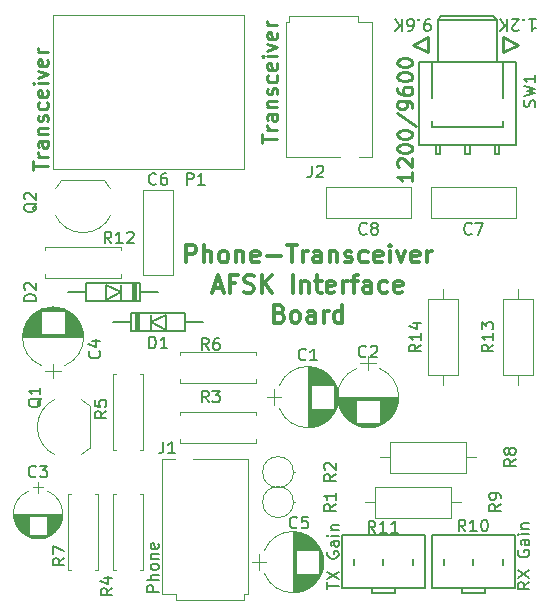
<source format=gto>
G04 #@! TF.FileFunction,Legend,Top*
%FSLAX46Y46*%
G04 Gerber Fmt 4.6, Leading zero omitted, Abs format (unit mm)*
G04 Created by KiCad (PCBNEW 4.0.6) date 04/11/17 13:58:44*
%MOMM*%
%LPD*%
G01*
G04 APERTURE LIST*
%ADD10C,0.100000*%
%ADD11C,0.250000*%
%ADD12C,0.200000*%
%ADD13C,0.300000*%
%ADD14C,0.120000*%
%ADD15C,0.150000*%
G04 APERTURE END LIST*
D10*
D11*
X135890000Y-52705000D02*
X137160000Y-52070000D01*
X137160000Y-53340000D02*
X135890000Y-52705000D01*
X144780000Y-52705000D02*
X143510000Y-53340000D01*
X143510000Y-52070000D02*
X144780000Y-52705000D01*
X137160000Y-52070000D02*
X137160000Y-53340000D01*
X143510000Y-52070000D02*
X143510000Y-53340000D01*
D12*
X137294762Y-50547619D02*
X137104286Y-50547619D01*
X137009047Y-50595238D01*
X136961428Y-50642857D01*
X136866190Y-50785714D01*
X136818571Y-50976190D01*
X136818571Y-51357143D01*
X136866190Y-51452381D01*
X136913809Y-51500000D01*
X137009047Y-51547619D01*
X137199524Y-51547619D01*
X137294762Y-51500000D01*
X137342381Y-51452381D01*
X137390000Y-51357143D01*
X137390000Y-51119048D01*
X137342381Y-51023810D01*
X137294762Y-50976190D01*
X137199524Y-50928571D01*
X137009047Y-50928571D01*
X136913809Y-50976190D01*
X136866190Y-51023810D01*
X136818571Y-51119048D01*
X136390000Y-50642857D02*
X136342381Y-50595238D01*
X136390000Y-50547619D01*
X136437619Y-50595238D01*
X136390000Y-50642857D01*
X136390000Y-50547619D01*
X135485238Y-51547619D02*
X135675715Y-51547619D01*
X135770953Y-51500000D01*
X135818572Y-51452381D01*
X135913810Y-51309524D01*
X135961429Y-51119048D01*
X135961429Y-50738095D01*
X135913810Y-50642857D01*
X135866191Y-50595238D01*
X135770953Y-50547619D01*
X135580476Y-50547619D01*
X135485238Y-50595238D01*
X135437619Y-50642857D01*
X135390000Y-50738095D01*
X135390000Y-50976190D01*
X135437619Y-51071429D01*
X135485238Y-51119048D01*
X135580476Y-51166667D01*
X135770953Y-51166667D01*
X135866191Y-51119048D01*
X135913810Y-51071429D01*
X135961429Y-50976190D01*
X134961429Y-50547619D02*
X134961429Y-51547619D01*
X134390000Y-50547619D02*
X134818572Y-51119048D01*
X134390000Y-51547619D02*
X134961429Y-50976190D01*
X145708571Y-50547619D02*
X146280000Y-50547619D01*
X145994286Y-50547619D02*
X145994286Y-51547619D01*
X146089524Y-51404762D01*
X146184762Y-51309524D01*
X146280000Y-51261905D01*
X145280000Y-50642857D02*
X145232381Y-50595238D01*
X145280000Y-50547619D01*
X145327619Y-50595238D01*
X145280000Y-50642857D01*
X145280000Y-50547619D01*
X144851429Y-51452381D02*
X144803810Y-51500000D01*
X144708572Y-51547619D01*
X144470476Y-51547619D01*
X144375238Y-51500000D01*
X144327619Y-51452381D01*
X144280000Y-51357143D01*
X144280000Y-51261905D01*
X144327619Y-51119048D01*
X144899048Y-50547619D01*
X144280000Y-50547619D01*
X143851429Y-50547619D02*
X143851429Y-51547619D01*
X143280000Y-50547619D02*
X143708572Y-51119048D01*
X143280000Y-51547619D02*
X143851429Y-50976190D01*
D11*
X135820476Y-63519285D02*
X135820476Y-64233571D01*
X135820476Y-63876428D02*
X134570476Y-63876428D01*
X134749048Y-63995476D01*
X134868095Y-64114523D01*
X134927619Y-64233571D01*
X134689524Y-63043095D02*
X134630000Y-62983571D01*
X134570476Y-62864523D01*
X134570476Y-62566904D01*
X134630000Y-62447857D01*
X134689524Y-62388333D01*
X134808571Y-62328809D01*
X134927619Y-62328809D01*
X135106190Y-62388333D01*
X135820476Y-63102619D01*
X135820476Y-62328809D01*
X134570476Y-61555000D02*
X134570476Y-61435952D01*
X134630000Y-61316904D01*
X134689524Y-61257381D01*
X134808571Y-61197857D01*
X135046667Y-61138333D01*
X135344286Y-61138333D01*
X135582381Y-61197857D01*
X135701429Y-61257381D01*
X135760952Y-61316904D01*
X135820476Y-61435952D01*
X135820476Y-61555000D01*
X135760952Y-61674047D01*
X135701429Y-61733571D01*
X135582381Y-61793095D01*
X135344286Y-61852619D01*
X135046667Y-61852619D01*
X134808571Y-61793095D01*
X134689524Y-61733571D01*
X134630000Y-61674047D01*
X134570476Y-61555000D01*
X134570476Y-60364524D02*
X134570476Y-60245476D01*
X134630000Y-60126428D01*
X134689524Y-60066905D01*
X134808571Y-60007381D01*
X135046667Y-59947857D01*
X135344286Y-59947857D01*
X135582381Y-60007381D01*
X135701429Y-60066905D01*
X135760952Y-60126428D01*
X135820476Y-60245476D01*
X135820476Y-60364524D01*
X135760952Y-60483571D01*
X135701429Y-60543095D01*
X135582381Y-60602619D01*
X135344286Y-60662143D01*
X135046667Y-60662143D01*
X134808571Y-60602619D01*
X134689524Y-60543095D01*
X134630000Y-60483571D01*
X134570476Y-60364524D01*
X134510952Y-58519286D02*
X136118095Y-59590714D01*
X135820476Y-58043095D02*
X135820476Y-57805000D01*
X135760952Y-57685952D01*
X135701429Y-57626428D01*
X135522857Y-57507381D01*
X135284762Y-57447857D01*
X134808571Y-57447857D01*
X134689524Y-57507381D01*
X134630000Y-57566905D01*
X134570476Y-57685952D01*
X134570476Y-57924048D01*
X134630000Y-58043095D01*
X134689524Y-58102619D01*
X134808571Y-58162143D01*
X135106190Y-58162143D01*
X135225238Y-58102619D01*
X135284762Y-58043095D01*
X135344286Y-57924048D01*
X135344286Y-57685952D01*
X135284762Y-57566905D01*
X135225238Y-57507381D01*
X135106190Y-57447857D01*
X134570476Y-56376429D02*
X134570476Y-56614524D01*
X134630000Y-56733572D01*
X134689524Y-56793095D01*
X134868095Y-56912143D01*
X135106190Y-56971667D01*
X135582381Y-56971667D01*
X135701429Y-56912143D01*
X135760952Y-56852619D01*
X135820476Y-56733572D01*
X135820476Y-56495476D01*
X135760952Y-56376429D01*
X135701429Y-56316905D01*
X135582381Y-56257381D01*
X135284762Y-56257381D01*
X135165714Y-56316905D01*
X135106190Y-56376429D01*
X135046667Y-56495476D01*
X135046667Y-56733572D01*
X135106190Y-56852619D01*
X135165714Y-56912143D01*
X135284762Y-56971667D01*
X134570476Y-55483572D02*
X134570476Y-55364524D01*
X134630000Y-55245476D01*
X134689524Y-55185953D01*
X134808571Y-55126429D01*
X135046667Y-55066905D01*
X135344286Y-55066905D01*
X135582381Y-55126429D01*
X135701429Y-55185953D01*
X135760952Y-55245476D01*
X135820476Y-55364524D01*
X135820476Y-55483572D01*
X135760952Y-55602619D01*
X135701429Y-55662143D01*
X135582381Y-55721667D01*
X135344286Y-55781191D01*
X135046667Y-55781191D01*
X134808571Y-55721667D01*
X134689524Y-55662143D01*
X134630000Y-55602619D01*
X134570476Y-55483572D01*
X134570476Y-54293096D02*
X134570476Y-54174048D01*
X134630000Y-54055000D01*
X134689524Y-53995477D01*
X134808571Y-53935953D01*
X135046667Y-53876429D01*
X135344286Y-53876429D01*
X135582381Y-53935953D01*
X135701429Y-53995477D01*
X135760952Y-54055000D01*
X135820476Y-54174048D01*
X135820476Y-54293096D01*
X135760952Y-54412143D01*
X135701429Y-54471667D01*
X135582381Y-54531191D01*
X135344286Y-54590715D01*
X135046667Y-54590715D01*
X134808571Y-54531191D01*
X134689524Y-54471667D01*
X134630000Y-54412143D01*
X134570476Y-54293096D01*
X123140476Y-61028810D02*
X123140476Y-60314525D01*
X124390476Y-60671668D02*
X123140476Y-60671668D01*
X124390476Y-59897858D02*
X123557143Y-59897858D01*
X123795238Y-59897858D02*
X123676190Y-59838334D01*
X123616667Y-59778810D01*
X123557143Y-59659763D01*
X123557143Y-59540715D01*
X124390476Y-58588334D02*
X123735714Y-58588334D01*
X123616667Y-58647857D01*
X123557143Y-58766905D01*
X123557143Y-59005000D01*
X123616667Y-59124048D01*
X124330952Y-58588334D02*
X124390476Y-58707381D01*
X124390476Y-59005000D01*
X124330952Y-59124048D01*
X124211905Y-59183572D01*
X124092857Y-59183572D01*
X123973810Y-59124048D01*
X123914286Y-59005000D01*
X123914286Y-58707381D01*
X123854762Y-58588334D01*
X123557143Y-57993096D02*
X124390476Y-57993096D01*
X123676190Y-57993096D02*
X123616667Y-57933572D01*
X123557143Y-57814525D01*
X123557143Y-57635953D01*
X123616667Y-57516905D01*
X123735714Y-57457382D01*
X124390476Y-57457382D01*
X124330952Y-56921668D02*
X124390476Y-56802620D01*
X124390476Y-56564525D01*
X124330952Y-56445477D01*
X124211905Y-56385953D01*
X124152381Y-56385953D01*
X124033333Y-56445477D01*
X123973810Y-56564525D01*
X123973810Y-56743096D01*
X123914286Y-56862144D01*
X123795238Y-56921668D01*
X123735714Y-56921668D01*
X123616667Y-56862144D01*
X123557143Y-56743096D01*
X123557143Y-56564525D01*
X123616667Y-56445477D01*
X124330952Y-55314525D02*
X124390476Y-55433572D01*
X124390476Y-55671668D01*
X124330952Y-55790715D01*
X124271429Y-55850239D01*
X124152381Y-55909763D01*
X123795238Y-55909763D01*
X123676190Y-55850239D01*
X123616667Y-55790715D01*
X123557143Y-55671668D01*
X123557143Y-55433572D01*
X123616667Y-55314525D01*
X124330952Y-54302619D02*
X124390476Y-54421667D01*
X124390476Y-54659762D01*
X124330952Y-54778810D01*
X124211905Y-54838334D01*
X123735714Y-54838334D01*
X123616667Y-54778810D01*
X123557143Y-54659762D01*
X123557143Y-54421667D01*
X123616667Y-54302619D01*
X123735714Y-54243096D01*
X123854762Y-54243096D01*
X123973810Y-54838334D01*
X124390476Y-53707381D02*
X123557143Y-53707381D01*
X123140476Y-53707381D02*
X123200000Y-53766905D01*
X123259524Y-53707381D01*
X123200000Y-53647857D01*
X123140476Y-53707381D01*
X123259524Y-53707381D01*
X123557143Y-53231191D02*
X124390476Y-52933572D01*
X123557143Y-52635952D01*
X124330952Y-51683571D02*
X124390476Y-51802619D01*
X124390476Y-52040714D01*
X124330952Y-52159762D01*
X124211905Y-52219286D01*
X123735714Y-52219286D01*
X123616667Y-52159762D01*
X123557143Y-52040714D01*
X123557143Y-51802619D01*
X123616667Y-51683571D01*
X123735714Y-51624048D01*
X123854762Y-51624048D01*
X123973810Y-52219286D01*
X124390476Y-51088333D02*
X123557143Y-51088333D01*
X123795238Y-51088333D02*
X123676190Y-51028809D01*
X123616667Y-50969285D01*
X123557143Y-50850238D01*
X123557143Y-50731190D01*
X103709476Y-63314810D02*
X103709476Y-62600525D01*
X104959476Y-62957668D02*
X103709476Y-62957668D01*
X104959476Y-62183858D02*
X104126143Y-62183858D01*
X104364238Y-62183858D02*
X104245190Y-62124334D01*
X104185667Y-62064810D01*
X104126143Y-61945763D01*
X104126143Y-61826715D01*
X104959476Y-60874334D02*
X104304714Y-60874334D01*
X104185667Y-60933857D01*
X104126143Y-61052905D01*
X104126143Y-61291000D01*
X104185667Y-61410048D01*
X104899952Y-60874334D02*
X104959476Y-60993381D01*
X104959476Y-61291000D01*
X104899952Y-61410048D01*
X104780905Y-61469572D01*
X104661857Y-61469572D01*
X104542810Y-61410048D01*
X104483286Y-61291000D01*
X104483286Y-60993381D01*
X104423762Y-60874334D01*
X104126143Y-60279096D02*
X104959476Y-60279096D01*
X104245190Y-60279096D02*
X104185667Y-60219572D01*
X104126143Y-60100525D01*
X104126143Y-59921953D01*
X104185667Y-59802905D01*
X104304714Y-59743382D01*
X104959476Y-59743382D01*
X104899952Y-59207668D02*
X104959476Y-59088620D01*
X104959476Y-58850525D01*
X104899952Y-58731477D01*
X104780905Y-58671953D01*
X104721381Y-58671953D01*
X104602333Y-58731477D01*
X104542810Y-58850525D01*
X104542810Y-59029096D01*
X104483286Y-59148144D01*
X104364238Y-59207668D01*
X104304714Y-59207668D01*
X104185667Y-59148144D01*
X104126143Y-59029096D01*
X104126143Y-58850525D01*
X104185667Y-58731477D01*
X104899952Y-57600525D02*
X104959476Y-57719572D01*
X104959476Y-57957668D01*
X104899952Y-58076715D01*
X104840429Y-58136239D01*
X104721381Y-58195763D01*
X104364238Y-58195763D01*
X104245190Y-58136239D01*
X104185667Y-58076715D01*
X104126143Y-57957668D01*
X104126143Y-57719572D01*
X104185667Y-57600525D01*
X104899952Y-56588619D02*
X104959476Y-56707667D01*
X104959476Y-56945762D01*
X104899952Y-57064810D01*
X104780905Y-57124334D01*
X104304714Y-57124334D01*
X104185667Y-57064810D01*
X104126143Y-56945762D01*
X104126143Y-56707667D01*
X104185667Y-56588619D01*
X104304714Y-56529096D01*
X104423762Y-56529096D01*
X104542810Y-57124334D01*
X104959476Y-55993381D02*
X104126143Y-55993381D01*
X103709476Y-55993381D02*
X103769000Y-56052905D01*
X103828524Y-55993381D01*
X103769000Y-55933857D01*
X103709476Y-55993381D01*
X103828524Y-55993381D01*
X104126143Y-55517191D02*
X104959476Y-55219572D01*
X104126143Y-54921952D01*
X104899952Y-53969571D02*
X104959476Y-54088619D01*
X104959476Y-54326714D01*
X104899952Y-54445762D01*
X104780905Y-54505286D01*
X104304714Y-54505286D01*
X104185667Y-54445762D01*
X104126143Y-54326714D01*
X104126143Y-54088619D01*
X104185667Y-53969571D01*
X104304714Y-53910048D01*
X104423762Y-53910048D01*
X104542810Y-54505286D01*
X104959476Y-53374333D02*
X104126143Y-53374333D01*
X104364238Y-53374333D02*
X104245190Y-53314809D01*
X104185667Y-53255285D01*
X104126143Y-53136238D01*
X104126143Y-53017190D01*
D12*
X114352381Y-99047619D02*
X113352381Y-99047619D01*
X113352381Y-98666666D01*
X113400000Y-98571428D01*
X113447619Y-98523809D01*
X113542857Y-98476190D01*
X113685714Y-98476190D01*
X113780952Y-98523809D01*
X113828571Y-98571428D01*
X113876190Y-98666666D01*
X113876190Y-99047619D01*
X114352381Y-98047619D02*
X113352381Y-98047619D01*
X114352381Y-97619047D02*
X113828571Y-97619047D01*
X113733333Y-97666666D01*
X113685714Y-97761904D01*
X113685714Y-97904762D01*
X113733333Y-98000000D01*
X113780952Y-98047619D01*
X114352381Y-97000000D02*
X114304762Y-97095238D01*
X114257143Y-97142857D01*
X114161905Y-97190476D01*
X113876190Y-97190476D01*
X113780952Y-97142857D01*
X113733333Y-97095238D01*
X113685714Y-97000000D01*
X113685714Y-96857142D01*
X113733333Y-96761904D01*
X113780952Y-96714285D01*
X113876190Y-96666666D01*
X114161905Y-96666666D01*
X114257143Y-96714285D01*
X114304762Y-96761904D01*
X114352381Y-96857142D01*
X114352381Y-97000000D01*
X113685714Y-96238095D02*
X114352381Y-96238095D01*
X113780952Y-96238095D02*
X113733333Y-96190476D01*
X113685714Y-96095238D01*
X113685714Y-95952380D01*
X113733333Y-95857142D01*
X113828571Y-95809523D01*
X114352381Y-95809523D01*
X114304762Y-94952380D02*
X114352381Y-95047618D01*
X114352381Y-95238095D01*
X114304762Y-95333333D01*
X114209524Y-95380952D01*
X113828571Y-95380952D01*
X113733333Y-95333333D01*
X113685714Y-95238095D01*
X113685714Y-95047618D01*
X113733333Y-94952380D01*
X113828571Y-94904761D01*
X113923810Y-94904761D01*
X114019048Y-95380952D01*
D13*
X116678572Y-71153571D02*
X116678572Y-69653571D01*
X117250000Y-69653571D01*
X117392858Y-69725000D01*
X117464286Y-69796429D01*
X117535715Y-69939286D01*
X117535715Y-70153571D01*
X117464286Y-70296429D01*
X117392858Y-70367857D01*
X117250000Y-70439286D01*
X116678572Y-70439286D01*
X118178572Y-71153571D02*
X118178572Y-69653571D01*
X118821429Y-71153571D02*
X118821429Y-70367857D01*
X118750000Y-70225000D01*
X118607143Y-70153571D01*
X118392858Y-70153571D01*
X118250000Y-70225000D01*
X118178572Y-70296429D01*
X119750001Y-71153571D02*
X119607143Y-71082143D01*
X119535715Y-71010714D01*
X119464286Y-70867857D01*
X119464286Y-70439286D01*
X119535715Y-70296429D01*
X119607143Y-70225000D01*
X119750001Y-70153571D01*
X119964286Y-70153571D01*
X120107143Y-70225000D01*
X120178572Y-70296429D01*
X120250001Y-70439286D01*
X120250001Y-70867857D01*
X120178572Y-71010714D01*
X120107143Y-71082143D01*
X119964286Y-71153571D01*
X119750001Y-71153571D01*
X120892858Y-70153571D02*
X120892858Y-71153571D01*
X120892858Y-70296429D02*
X120964286Y-70225000D01*
X121107144Y-70153571D01*
X121321429Y-70153571D01*
X121464286Y-70225000D01*
X121535715Y-70367857D01*
X121535715Y-71153571D01*
X122821429Y-71082143D02*
X122678572Y-71153571D01*
X122392858Y-71153571D01*
X122250001Y-71082143D01*
X122178572Y-70939286D01*
X122178572Y-70367857D01*
X122250001Y-70225000D01*
X122392858Y-70153571D01*
X122678572Y-70153571D01*
X122821429Y-70225000D01*
X122892858Y-70367857D01*
X122892858Y-70510714D01*
X122178572Y-70653571D01*
X123535715Y-70582143D02*
X124678572Y-70582143D01*
X125178572Y-69653571D02*
X126035715Y-69653571D01*
X125607144Y-71153571D02*
X125607144Y-69653571D01*
X126535715Y-71153571D02*
X126535715Y-70153571D01*
X126535715Y-70439286D02*
X126607143Y-70296429D01*
X126678572Y-70225000D01*
X126821429Y-70153571D01*
X126964286Y-70153571D01*
X128107143Y-71153571D02*
X128107143Y-70367857D01*
X128035714Y-70225000D01*
X127892857Y-70153571D01*
X127607143Y-70153571D01*
X127464286Y-70225000D01*
X128107143Y-71082143D02*
X127964286Y-71153571D01*
X127607143Y-71153571D01*
X127464286Y-71082143D01*
X127392857Y-70939286D01*
X127392857Y-70796429D01*
X127464286Y-70653571D01*
X127607143Y-70582143D01*
X127964286Y-70582143D01*
X128107143Y-70510714D01*
X128821429Y-70153571D02*
X128821429Y-71153571D01*
X128821429Y-70296429D02*
X128892857Y-70225000D01*
X129035715Y-70153571D01*
X129250000Y-70153571D01*
X129392857Y-70225000D01*
X129464286Y-70367857D01*
X129464286Y-71153571D01*
X130107143Y-71082143D02*
X130250000Y-71153571D01*
X130535715Y-71153571D01*
X130678572Y-71082143D01*
X130750000Y-70939286D01*
X130750000Y-70867857D01*
X130678572Y-70725000D01*
X130535715Y-70653571D01*
X130321429Y-70653571D01*
X130178572Y-70582143D01*
X130107143Y-70439286D01*
X130107143Y-70367857D01*
X130178572Y-70225000D01*
X130321429Y-70153571D01*
X130535715Y-70153571D01*
X130678572Y-70225000D01*
X132035715Y-71082143D02*
X131892858Y-71153571D01*
X131607144Y-71153571D01*
X131464286Y-71082143D01*
X131392858Y-71010714D01*
X131321429Y-70867857D01*
X131321429Y-70439286D01*
X131392858Y-70296429D01*
X131464286Y-70225000D01*
X131607144Y-70153571D01*
X131892858Y-70153571D01*
X132035715Y-70225000D01*
X133250000Y-71082143D02*
X133107143Y-71153571D01*
X132821429Y-71153571D01*
X132678572Y-71082143D01*
X132607143Y-70939286D01*
X132607143Y-70367857D01*
X132678572Y-70225000D01*
X132821429Y-70153571D01*
X133107143Y-70153571D01*
X133250000Y-70225000D01*
X133321429Y-70367857D01*
X133321429Y-70510714D01*
X132607143Y-70653571D01*
X133964286Y-71153571D02*
X133964286Y-70153571D01*
X133964286Y-69653571D02*
X133892857Y-69725000D01*
X133964286Y-69796429D01*
X134035714Y-69725000D01*
X133964286Y-69653571D01*
X133964286Y-69796429D01*
X134535715Y-70153571D02*
X134892858Y-71153571D01*
X135250000Y-70153571D01*
X136392857Y-71082143D02*
X136250000Y-71153571D01*
X135964286Y-71153571D01*
X135821429Y-71082143D01*
X135750000Y-70939286D01*
X135750000Y-70367857D01*
X135821429Y-70225000D01*
X135964286Y-70153571D01*
X136250000Y-70153571D01*
X136392857Y-70225000D01*
X136464286Y-70367857D01*
X136464286Y-70510714D01*
X135750000Y-70653571D01*
X137107143Y-71153571D02*
X137107143Y-70153571D01*
X137107143Y-70439286D02*
X137178571Y-70296429D01*
X137250000Y-70225000D01*
X137392857Y-70153571D01*
X137535714Y-70153571D01*
X119000001Y-73275000D02*
X119714287Y-73275000D01*
X118857144Y-73703571D02*
X119357144Y-72203571D01*
X119857144Y-73703571D01*
X120857144Y-72917857D02*
X120357144Y-72917857D01*
X120357144Y-73703571D02*
X120357144Y-72203571D01*
X121071430Y-72203571D01*
X121571429Y-73632143D02*
X121785715Y-73703571D01*
X122142858Y-73703571D01*
X122285715Y-73632143D01*
X122357144Y-73560714D01*
X122428572Y-73417857D01*
X122428572Y-73275000D01*
X122357144Y-73132143D01*
X122285715Y-73060714D01*
X122142858Y-72989286D01*
X121857144Y-72917857D01*
X121714286Y-72846429D01*
X121642858Y-72775000D01*
X121571429Y-72632143D01*
X121571429Y-72489286D01*
X121642858Y-72346429D01*
X121714286Y-72275000D01*
X121857144Y-72203571D01*
X122214286Y-72203571D01*
X122428572Y-72275000D01*
X123071429Y-73703571D02*
X123071429Y-72203571D01*
X123928572Y-73703571D02*
X123285715Y-72846429D01*
X123928572Y-72203571D02*
X123071429Y-73060714D01*
X125714286Y-73703571D02*
X125714286Y-72203571D01*
X126428572Y-72703571D02*
X126428572Y-73703571D01*
X126428572Y-72846429D02*
X126500000Y-72775000D01*
X126642858Y-72703571D01*
X126857143Y-72703571D01*
X127000000Y-72775000D01*
X127071429Y-72917857D01*
X127071429Y-73703571D01*
X127571429Y-72703571D02*
X128142858Y-72703571D01*
X127785715Y-72203571D02*
X127785715Y-73489286D01*
X127857143Y-73632143D01*
X128000001Y-73703571D01*
X128142858Y-73703571D01*
X129214286Y-73632143D02*
X129071429Y-73703571D01*
X128785715Y-73703571D01*
X128642858Y-73632143D01*
X128571429Y-73489286D01*
X128571429Y-72917857D01*
X128642858Y-72775000D01*
X128785715Y-72703571D01*
X129071429Y-72703571D01*
X129214286Y-72775000D01*
X129285715Y-72917857D01*
X129285715Y-73060714D01*
X128571429Y-73203571D01*
X129928572Y-73703571D02*
X129928572Y-72703571D01*
X129928572Y-72989286D02*
X130000000Y-72846429D01*
X130071429Y-72775000D01*
X130214286Y-72703571D01*
X130357143Y-72703571D01*
X130642857Y-72703571D02*
X131214286Y-72703571D01*
X130857143Y-73703571D02*
X130857143Y-72417857D01*
X130928571Y-72275000D01*
X131071429Y-72203571D01*
X131214286Y-72203571D01*
X132357143Y-73703571D02*
X132357143Y-72917857D01*
X132285714Y-72775000D01*
X132142857Y-72703571D01*
X131857143Y-72703571D01*
X131714286Y-72775000D01*
X132357143Y-73632143D02*
X132214286Y-73703571D01*
X131857143Y-73703571D01*
X131714286Y-73632143D01*
X131642857Y-73489286D01*
X131642857Y-73346429D01*
X131714286Y-73203571D01*
X131857143Y-73132143D01*
X132214286Y-73132143D01*
X132357143Y-73060714D01*
X133714286Y-73632143D02*
X133571429Y-73703571D01*
X133285715Y-73703571D01*
X133142857Y-73632143D01*
X133071429Y-73560714D01*
X133000000Y-73417857D01*
X133000000Y-72989286D01*
X133071429Y-72846429D01*
X133142857Y-72775000D01*
X133285715Y-72703571D01*
X133571429Y-72703571D01*
X133714286Y-72775000D01*
X134928571Y-73632143D02*
X134785714Y-73703571D01*
X134500000Y-73703571D01*
X134357143Y-73632143D01*
X134285714Y-73489286D01*
X134285714Y-72917857D01*
X134357143Y-72775000D01*
X134500000Y-72703571D01*
X134785714Y-72703571D01*
X134928571Y-72775000D01*
X135000000Y-72917857D01*
X135000000Y-73060714D01*
X134285714Y-73203571D01*
X124607143Y-75467857D02*
X124821429Y-75539286D01*
X124892857Y-75610714D01*
X124964286Y-75753571D01*
X124964286Y-75967857D01*
X124892857Y-76110714D01*
X124821429Y-76182143D01*
X124678571Y-76253571D01*
X124107143Y-76253571D01*
X124107143Y-74753571D01*
X124607143Y-74753571D01*
X124750000Y-74825000D01*
X124821429Y-74896429D01*
X124892857Y-75039286D01*
X124892857Y-75182143D01*
X124821429Y-75325000D01*
X124750000Y-75396429D01*
X124607143Y-75467857D01*
X124107143Y-75467857D01*
X125821429Y-76253571D02*
X125678571Y-76182143D01*
X125607143Y-76110714D01*
X125535714Y-75967857D01*
X125535714Y-75539286D01*
X125607143Y-75396429D01*
X125678571Y-75325000D01*
X125821429Y-75253571D01*
X126035714Y-75253571D01*
X126178571Y-75325000D01*
X126250000Y-75396429D01*
X126321429Y-75539286D01*
X126321429Y-75967857D01*
X126250000Y-76110714D01*
X126178571Y-76182143D01*
X126035714Y-76253571D01*
X125821429Y-76253571D01*
X127607143Y-76253571D02*
X127607143Y-75467857D01*
X127535714Y-75325000D01*
X127392857Y-75253571D01*
X127107143Y-75253571D01*
X126964286Y-75325000D01*
X127607143Y-76182143D02*
X127464286Y-76253571D01*
X127107143Y-76253571D01*
X126964286Y-76182143D01*
X126892857Y-76039286D01*
X126892857Y-75896429D01*
X126964286Y-75753571D01*
X127107143Y-75682143D01*
X127464286Y-75682143D01*
X127607143Y-75610714D01*
X128321429Y-76253571D02*
X128321429Y-75253571D01*
X128321429Y-75539286D02*
X128392857Y-75396429D01*
X128464286Y-75325000D01*
X128607143Y-75253571D01*
X128750000Y-75253571D01*
X129892857Y-76253571D02*
X129892857Y-74753571D01*
X129892857Y-76182143D02*
X129750000Y-76253571D01*
X129464286Y-76253571D01*
X129321428Y-76182143D01*
X129250000Y-76110714D01*
X129178571Y-75967857D01*
X129178571Y-75539286D01*
X129250000Y-75396429D01*
X129321428Y-75325000D01*
X129464286Y-75253571D01*
X129750000Y-75253571D01*
X129892857Y-75325000D01*
D12*
X128611381Y-98797714D02*
X128611381Y-98226285D01*
X129611381Y-98512000D02*
X128611381Y-98512000D01*
X128611381Y-97988190D02*
X129611381Y-97321523D01*
X128611381Y-97321523D02*
X129611381Y-97988190D01*
X128659000Y-95654856D02*
X128611381Y-95750094D01*
X128611381Y-95892951D01*
X128659000Y-96035809D01*
X128754238Y-96131047D01*
X128849476Y-96178666D01*
X129039952Y-96226285D01*
X129182810Y-96226285D01*
X129373286Y-96178666D01*
X129468524Y-96131047D01*
X129563762Y-96035809D01*
X129611381Y-95892951D01*
X129611381Y-95797713D01*
X129563762Y-95654856D01*
X129516143Y-95607237D01*
X129182810Y-95607237D01*
X129182810Y-95797713D01*
X129611381Y-94750094D02*
X129087571Y-94750094D01*
X128992333Y-94797713D01*
X128944714Y-94892951D01*
X128944714Y-95083428D01*
X128992333Y-95178666D01*
X129563762Y-94750094D02*
X129611381Y-94845332D01*
X129611381Y-95083428D01*
X129563762Y-95178666D01*
X129468524Y-95226285D01*
X129373286Y-95226285D01*
X129278048Y-95178666D01*
X129230429Y-95083428D01*
X129230429Y-94845332D01*
X129182810Y-94750094D01*
X129611381Y-94273904D02*
X128944714Y-94273904D01*
X128611381Y-94273904D02*
X128659000Y-94321523D01*
X128706619Y-94273904D01*
X128659000Y-94226285D01*
X128611381Y-94273904D01*
X128706619Y-94273904D01*
X128944714Y-93797714D02*
X129611381Y-93797714D01*
X129039952Y-93797714D02*
X128992333Y-93750095D01*
X128944714Y-93654857D01*
X128944714Y-93511999D01*
X128992333Y-93416761D01*
X129087571Y-93369142D01*
X129611381Y-93369142D01*
X145740381Y-98202476D02*
X145264190Y-98535810D01*
X145740381Y-98773905D02*
X144740381Y-98773905D01*
X144740381Y-98392952D01*
X144788000Y-98297714D01*
X144835619Y-98250095D01*
X144930857Y-98202476D01*
X145073714Y-98202476D01*
X145168952Y-98250095D01*
X145216571Y-98297714D01*
X145264190Y-98392952D01*
X145264190Y-98773905D01*
X144740381Y-97869143D02*
X145740381Y-97202476D01*
X144740381Y-97202476D02*
X145740381Y-97869143D01*
X144788000Y-95535809D02*
X144740381Y-95631047D01*
X144740381Y-95773904D01*
X144788000Y-95916762D01*
X144883238Y-96012000D01*
X144978476Y-96059619D01*
X145168952Y-96107238D01*
X145311810Y-96107238D01*
X145502286Y-96059619D01*
X145597524Y-96012000D01*
X145692762Y-95916762D01*
X145740381Y-95773904D01*
X145740381Y-95678666D01*
X145692762Y-95535809D01*
X145645143Y-95488190D01*
X145311810Y-95488190D01*
X145311810Y-95678666D01*
X145740381Y-94631047D02*
X145216571Y-94631047D01*
X145121333Y-94678666D01*
X145073714Y-94773904D01*
X145073714Y-94964381D01*
X145121333Y-95059619D01*
X145692762Y-94631047D02*
X145740381Y-94726285D01*
X145740381Y-94964381D01*
X145692762Y-95059619D01*
X145597524Y-95107238D01*
X145502286Y-95107238D01*
X145407048Y-95059619D01*
X145359429Y-94964381D01*
X145359429Y-94726285D01*
X145311810Y-94631047D01*
X145740381Y-94154857D02*
X145073714Y-94154857D01*
X144740381Y-94154857D02*
X144788000Y-94202476D01*
X144835619Y-94154857D01*
X144788000Y-94107238D01*
X144740381Y-94154857D01*
X144835619Y-94154857D01*
X145073714Y-93678667D02*
X145740381Y-93678667D01*
X145168952Y-93678667D02*
X145121333Y-93631048D01*
X145073714Y-93535810D01*
X145073714Y-93392952D01*
X145121333Y-93297714D01*
X145216571Y-93250095D01*
X145740381Y-93250095D01*
D14*
X146090000Y-74260000D02*
X143470000Y-74260000D01*
X143470000Y-74260000D02*
X143470000Y-80680000D01*
X143470000Y-80680000D02*
X146090000Y-80680000D01*
X146090000Y-80680000D02*
X146090000Y-74260000D01*
X144780000Y-73370000D02*
X144780000Y-74260000D01*
X144780000Y-81570000D02*
X144780000Y-80680000D01*
X137120000Y-80680000D02*
X139740000Y-80680000D01*
X139740000Y-80680000D02*
X139740000Y-74260000D01*
X139740000Y-74260000D02*
X137120000Y-74260000D01*
X137120000Y-74260000D02*
X137120000Y-80680000D01*
X138430000Y-81570000D02*
X138430000Y-80680000D01*
X138430000Y-73370000D02*
X138430000Y-74260000D01*
X104428600Y-75093137D02*
G75*
G03X104430000Y-79887436I981400J-2396863D01*
G01*
X106391400Y-75093137D02*
G75*
G02X106390000Y-79887436I-981400J-2396863D01*
G01*
X106391400Y-75093137D02*
G75*
G03X104430000Y-75092564I-981400J-2396863D01*
G01*
X102860000Y-77490000D02*
X107960000Y-77490000D01*
X102860000Y-77450000D02*
X107960000Y-77450000D01*
X102861000Y-77410000D02*
X107959000Y-77410000D01*
X102862000Y-77370000D02*
X107958000Y-77370000D01*
X102864000Y-77330000D02*
X107956000Y-77330000D01*
X102867000Y-77290000D02*
X107953000Y-77290000D01*
X102871000Y-77250000D02*
X107949000Y-77250000D01*
X102875000Y-77210000D02*
X104430000Y-77210000D01*
X106390000Y-77210000D02*
X107945000Y-77210000D01*
X102879000Y-77170000D02*
X104430000Y-77170000D01*
X106390000Y-77170000D02*
X107941000Y-77170000D01*
X102885000Y-77130000D02*
X104430000Y-77130000D01*
X106390000Y-77130000D02*
X107935000Y-77130000D01*
X102891000Y-77090000D02*
X104430000Y-77090000D01*
X106390000Y-77090000D02*
X107929000Y-77090000D01*
X102897000Y-77050000D02*
X104430000Y-77050000D01*
X106390000Y-77050000D02*
X107923000Y-77050000D01*
X102904000Y-77010000D02*
X104430000Y-77010000D01*
X106390000Y-77010000D02*
X107916000Y-77010000D01*
X102912000Y-76970000D02*
X104430000Y-76970000D01*
X106390000Y-76970000D02*
X107908000Y-76970000D01*
X102921000Y-76930000D02*
X104430000Y-76930000D01*
X106390000Y-76930000D02*
X107899000Y-76930000D01*
X102930000Y-76890000D02*
X104430000Y-76890000D01*
X106390000Y-76890000D02*
X107890000Y-76890000D01*
X102940000Y-76850000D02*
X104430000Y-76850000D01*
X106390000Y-76850000D02*
X107880000Y-76850000D01*
X102950000Y-76810000D02*
X104430000Y-76810000D01*
X106390000Y-76810000D02*
X107870000Y-76810000D01*
X102962000Y-76769000D02*
X104430000Y-76769000D01*
X106390000Y-76769000D02*
X107858000Y-76769000D01*
X102974000Y-76729000D02*
X104430000Y-76729000D01*
X106390000Y-76729000D02*
X107846000Y-76729000D01*
X102986000Y-76689000D02*
X104430000Y-76689000D01*
X106390000Y-76689000D02*
X107834000Y-76689000D01*
X103000000Y-76649000D02*
X104430000Y-76649000D01*
X106390000Y-76649000D02*
X107820000Y-76649000D01*
X103014000Y-76609000D02*
X104430000Y-76609000D01*
X106390000Y-76609000D02*
X107806000Y-76609000D01*
X103028000Y-76569000D02*
X104430000Y-76569000D01*
X106390000Y-76569000D02*
X107792000Y-76569000D01*
X103044000Y-76529000D02*
X104430000Y-76529000D01*
X106390000Y-76529000D02*
X107776000Y-76529000D01*
X103060000Y-76489000D02*
X104430000Y-76489000D01*
X106390000Y-76489000D02*
X107760000Y-76489000D01*
X103077000Y-76449000D02*
X104430000Y-76449000D01*
X106390000Y-76449000D02*
X107743000Y-76449000D01*
X103095000Y-76409000D02*
X104430000Y-76409000D01*
X106390000Y-76409000D02*
X107725000Y-76409000D01*
X103114000Y-76369000D02*
X104430000Y-76369000D01*
X106390000Y-76369000D02*
X107706000Y-76369000D01*
X103134000Y-76329000D02*
X104430000Y-76329000D01*
X106390000Y-76329000D02*
X107686000Y-76329000D01*
X103154000Y-76289000D02*
X104430000Y-76289000D01*
X106390000Y-76289000D02*
X107666000Y-76289000D01*
X103176000Y-76249000D02*
X104430000Y-76249000D01*
X106390000Y-76249000D02*
X107644000Y-76249000D01*
X103198000Y-76209000D02*
X104430000Y-76209000D01*
X106390000Y-76209000D02*
X107622000Y-76209000D01*
X103221000Y-76169000D02*
X104430000Y-76169000D01*
X106390000Y-76169000D02*
X107599000Y-76169000D01*
X103245000Y-76129000D02*
X104430000Y-76129000D01*
X106390000Y-76129000D02*
X107575000Y-76129000D01*
X103270000Y-76089000D02*
X104430000Y-76089000D01*
X106390000Y-76089000D02*
X107550000Y-76089000D01*
X103297000Y-76049000D02*
X104430000Y-76049000D01*
X106390000Y-76049000D02*
X107523000Y-76049000D01*
X103324000Y-76009000D02*
X104430000Y-76009000D01*
X106390000Y-76009000D02*
X107496000Y-76009000D01*
X103352000Y-75969000D02*
X104430000Y-75969000D01*
X106390000Y-75969000D02*
X107468000Y-75969000D01*
X103382000Y-75929000D02*
X104430000Y-75929000D01*
X106390000Y-75929000D02*
X107438000Y-75929000D01*
X103413000Y-75889000D02*
X104430000Y-75889000D01*
X106390000Y-75889000D02*
X107407000Y-75889000D01*
X103445000Y-75849000D02*
X104430000Y-75849000D01*
X106390000Y-75849000D02*
X107375000Y-75849000D01*
X103478000Y-75809000D02*
X104430000Y-75809000D01*
X106390000Y-75809000D02*
X107342000Y-75809000D01*
X103513000Y-75769000D02*
X104430000Y-75769000D01*
X106390000Y-75769000D02*
X107307000Y-75769000D01*
X103549000Y-75729000D02*
X104430000Y-75729000D01*
X106390000Y-75729000D02*
X107271000Y-75729000D01*
X103587000Y-75689000D02*
X104430000Y-75689000D01*
X106390000Y-75689000D02*
X107233000Y-75689000D01*
X103627000Y-75649000D02*
X104430000Y-75649000D01*
X106390000Y-75649000D02*
X107193000Y-75649000D01*
X103668000Y-75609000D02*
X104430000Y-75609000D01*
X106390000Y-75609000D02*
X107152000Y-75609000D01*
X103711000Y-75569000D02*
X104430000Y-75569000D01*
X106390000Y-75569000D02*
X107109000Y-75569000D01*
X103756000Y-75529000D02*
X104430000Y-75529000D01*
X106390000Y-75529000D02*
X107064000Y-75529000D01*
X103804000Y-75489000D02*
X104430000Y-75489000D01*
X106390000Y-75489000D02*
X107016000Y-75489000D01*
X103854000Y-75449000D02*
X104430000Y-75449000D01*
X106390000Y-75449000D02*
X106966000Y-75449000D01*
X103906000Y-75409000D02*
X104430000Y-75409000D01*
X106390000Y-75409000D02*
X106914000Y-75409000D01*
X103962000Y-75369000D02*
X104430000Y-75369000D01*
X106390000Y-75369000D02*
X106858000Y-75369000D01*
X104020000Y-75329000D02*
X104430000Y-75329000D01*
X106390000Y-75329000D02*
X106800000Y-75329000D01*
X104083000Y-75289000D02*
X104430000Y-75289000D01*
X106390000Y-75289000D02*
X106737000Y-75289000D01*
X104149000Y-75249000D02*
X106671000Y-75249000D01*
X104221000Y-75209000D02*
X106599000Y-75209000D01*
X104298000Y-75169000D02*
X106522000Y-75169000D01*
X104382000Y-75129000D02*
X106438000Y-75129000D01*
X104476000Y-75089000D02*
X106344000Y-75089000D01*
X104581000Y-75049000D02*
X106239000Y-75049000D01*
X104703000Y-75009000D02*
X106117000Y-75009000D01*
X104851000Y-74969000D02*
X105969000Y-74969000D01*
X105056000Y-74929000D02*
X105764000Y-74929000D01*
X105410000Y-80940000D02*
X105410000Y-79740000D01*
X104760000Y-80340000D02*
X106060000Y-80340000D01*
X128106863Y-95538600D02*
G75*
G03X123312564Y-95540000I-2396863J-981400D01*
G01*
X128106863Y-97501400D02*
G75*
G02X123312564Y-97500000I-2396863J981400D01*
G01*
X128106863Y-97501400D02*
G75*
G03X128107436Y-95540000I-2396863J981400D01*
G01*
X125710000Y-93970000D02*
X125710000Y-99070000D01*
X125750000Y-93970000D02*
X125750000Y-99070000D01*
X125790000Y-93971000D02*
X125790000Y-99069000D01*
X125830000Y-93972000D02*
X125830000Y-99068000D01*
X125870000Y-93974000D02*
X125870000Y-99066000D01*
X125910000Y-93977000D02*
X125910000Y-99063000D01*
X125950000Y-93981000D02*
X125950000Y-99059000D01*
X125990000Y-93985000D02*
X125990000Y-95540000D01*
X125990000Y-97500000D02*
X125990000Y-99055000D01*
X126030000Y-93989000D02*
X126030000Y-95540000D01*
X126030000Y-97500000D02*
X126030000Y-99051000D01*
X126070000Y-93995000D02*
X126070000Y-95540000D01*
X126070000Y-97500000D02*
X126070000Y-99045000D01*
X126110000Y-94001000D02*
X126110000Y-95540000D01*
X126110000Y-97500000D02*
X126110000Y-99039000D01*
X126150000Y-94007000D02*
X126150000Y-95540000D01*
X126150000Y-97500000D02*
X126150000Y-99033000D01*
X126190000Y-94014000D02*
X126190000Y-95540000D01*
X126190000Y-97500000D02*
X126190000Y-99026000D01*
X126230000Y-94022000D02*
X126230000Y-95540000D01*
X126230000Y-97500000D02*
X126230000Y-99018000D01*
X126270000Y-94031000D02*
X126270000Y-95540000D01*
X126270000Y-97500000D02*
X126270000Y-99009000D01*
X126310000Y-94040000D02*
X126310000Y-95540000D01*
X126310000Y-97500000D02*
X126310000Y-99000000D01*
X126350000Y-94050000D02*
X126350000Y-95540000D01*
X126350000Y-97500000D02*
X126350000Y-98990000D01*
X126390000Y-94060000D02*
X126390000Y-95540000D01*
X126390000Y-97500000D02*
X126390000Y-98980000D01*
X126431000Y-94072000D02*
X126431000Y-95540000D01*
X126431000Y-97500000D02*
X126431000Y-98968000D01*
X126471000Y-94084000D02*
X126471000Y-95540000D01*
X126471000Y-97500000D02*
X126471000Y-98956000D01*
X126511000Y-94096000D02*
X126511000Y-95540000D01*
X126511000Y-97500000D02*
X126511000Y-98944000D01*
X126551000Y-94110000D02*
X126551000Y-95540000D01*
X126551000Y-97500000D02*
X126551000Y-98930000D01*
X126591000Y-94124000D02*
X126591000Y-95540000D01*
X126591000Y-97500000D02*
X126591000Y-98916000D01*
X126631000Y-94138000D02*
X126631000Y-95540000D01*
X126631000Y-97500000D02*
X126631000Y-98902000D01*
X126671000Y-94154000D02*
X126671000Y-95540000D01*
X126671000Y-97500000D02*
X126671000Y-98886000D01*
X126711000Y-94170000D02*
X126711000Y-95540000D01*
X126711000Y-97500000D02*
X126711000Y-98870000D01*
X126751000Y-94187000D02*
X126751000Y-95540000D01*
X126751000Y-97500000D02*
X126751000Y-98853000D01*
X126791000Y-94205000D02*
X126791000Y-95540000D01*
X126791000Y-97500000D02*
X126791000Y-98835000D01*
X126831000Y-94224000D02*
X126831000Y-95540000D01*
X126831000Y-97500000D02*
X126831000Y-98816000D01*
X126871000Y-94244000D02*
X126871000Y-95540000D01*
X126871000Y-97500000D02*
X126871000Y-98796000D01*
X126911000Y-94264000D02*
X126911000Y-95540000D01*
X126911000Y-97500000D02*
X126911000Y-98776000D01*
X126951000Y-94286000D02*
X126951000Y-95540000D01*
X126951000Y-97500000D02*
X126951000Y-98754000D01*
X126991000Y-94308000D02*
X126991000Y-95540000D01*
X126991000Y-97500000D02*
X126991000Y-98732000D01*
X127031000Y-94331000D02*
X127031000Y-95540000D01*
X127031000Y-97500000D02*
X127031000Y-98709000D01*
X127071000Y-94355000D02*
X127071000Y-95540000D01*
X127071000Y-97500000D02*
X127071000Y-98685000D01*
X127111000Y-94380000D02*
X127111000Y-95540000D01*
X127111000Y-97500000D02*
X127111000Y-98660000D01*
X127151000Y-94407000D02*
X127151000Y-95540000D01*
X127151000Y-97500000D02*
X127151000Y-98633000D01*
X127191000Y-94434000D02*
X127191000Y-95540000D01*
X127191000Y-97500000D02*
X127191000Y-98606000D01*
X127231000Y-94462000D02*
X127231000Y-95540000D01*
X127231000Y-97500000D02*
X127231000Y-98578000D01*
X127271000Y-94492000D02*
X127271000Y-95540000D01*
X127271000Y-97500000D02*
X127271000Y-98548000D01*
X127311000Y-94523000D02*
X127311000Y-95540000D01*
X127311000Y-97500000D02*
X127311000Y-98517000D01*
X127351000Y-94555000D02*
X127351000Y-95540000D01*
X127351000Y-97500000D02*
X127351000Y-98485000D01*
X127391000Y-94588000D02*
X127391000Y-95540000D01*
X127391000Y-97500000D02*
X127391000Y-98452000D01*
X127431000Y-94623000D02*
X127431000Y-95540000D01*
X127431000Y-97500000D02*
X127431000Y-98417000D01*
X127471000Y-94659000D02*
X127471000Y-95540000D01*
X127471000Y-97500000D02*
X127471000Y-98381000D01*
X127511000Y-94697000D02*
X127511000Y-95540000D01*
X127511000Y-97500000D02*
X127511000Y-98343000D01*
X127551000Y-94737000D02*
X127551000Y-95540000D01*
X127551000Y-97500000D02*
X127551000Y-98303000D01*
X127591000Y-94778000D02*
X127591000Y-95540000D01*
X127591000Y-97500000D02*
X127591000Y-98262000D01*
X127631000Y-94821000D02*
X127631000Y-95540000D01*
X127631000Y-97500000D02*
X127631000Y-98219000D01*
X127671000Y-94866000D02*
X127671000Y-95540000D01*
X127671000Y-97500000D02*
X127671000Y-98174000D01*
X127711000Y-94914000D02*
X127711000Y-95540000D01*
X127711000Y-97500000D02*
X127711000Y-98126000D01*
X127751000Y-94964000D02*
X127751000Y-95540000D01*
X127751000Y-97500000D02*
X127751000Y-98076000D01*
X127791000Y-95016000D02*
X127791000Y-95540000D01*
X127791000Y-97500000D02*
X127791000Y-98024000D01*
X127831000Y-95072000D02*
X127831000Y-95540000D01*
X127831000Y-97500000D02*
X127831000Y-97968000D01*
X127871000Y-95130000D02*
X127871000Y-95540000D01*
X127871000Y-97500000D02*
X127871000Y-97910000D01*
X127911000Y-95193000D02*
X127911000Y-95540000D01*
X127911000Y-97500000D02*
X127911000Y-97847000D01*
X127951000Y-95259000D02*
X127951000Y-97781000D01*
X127991000Y-95331000D02*
X127991000Y-97709000D01*
X128031000Y-95408000D02*
X128031000Y-97632000D01*
X128071000Y-95492000D02*
X128071000Y-97548000D01*
X128111000Y-95586000D02*
X128111000Y-97454000D01*
X128151000Y-95691000D02*
X128151000Y-97349000D01*
X128191000Y-95813000D02*
X128191000Y-97227000D01*
X128231000Y-95961000D02*
X128231000Y-97079000D01*
X128271000Y-96166000D02*
X128271000Y-96874000D01*
X122260000Y-96520000D02*
X123460000Y-96520000D01*
X122860000Y-95870000D02*
X122860000Y-97170000D01*
X112990000Y-72180000D02*
X112990000Y-65060000D01*
X115610000Y-72180000D02*
X115610000Y-65060000D01*
X112990000Y-72180000D02*
X115610000Y-72180000D01*
X112990000Y-65060000D02*
X115610000Y-65060000D01*
X144570000Y-67350000D02*
X137450000Y-67350000D01*
X144570000Y-64730000D02*
X137450000Y-64730000D01*
X144570000Y-67350000D02*
X144570000Y-64730000D01*
X137450000Y-67350000D02*
X137450000Y-64730000D01*
X135680000Y-67350000D02*
X128560000Y-67350000D01*
X135680000Y-64730000D02*
X128560000Y-64730000D01*
X135680000Y-67350000D02*
X135680000Y-64730000D01*
X128560000Y-67350000D02*
X128560000Y-64730000D01*
D15*
X112395000Y-75438000D02*
X112395000Y-76962000D01*
X112522000Y-75438000D02*
X112522000Y-76962000D01*
X113665000Y-75565000D02*
X113665000Y-76835000D01*
X113665000Y-76200000D02*
X114935000Y-75565000D01*
X114935000Y-75565000D02*
X114935000Y-76835000D01*
X114935000Y-76835000D02*
X113665000Y-76200000D01*
X116586520Y-76197460D02*
X118110000Y-76197460D01*
X112014520Y-76197460D02*
X110490000Y-76197460D01*
X112649520Y-75435460D02*
X112649520Y-76959460D01*
X112014520Y-76197460D02*
X112014520Y-76959460D01*
X112014520Y-76959460D02*
X116586520Y-76959460D01*
X116586520Y-76959460D02*
X116586520Y-75435460D01*
X116586520Y-75435460D02*
X112014520Y-75435460D01*
X112014520Y-75435460D02*
X112014520Y-76197460D01*
X112395000Y-74422000D02*
X112395000Y-72898000D01*
X112268000Y-74422000D02*
X112268000Y-72898000D01*
X111125000Y-74295000D02*
X111125000Y-73025000D01*
X111125000Y-73660000D02*
X109855000Y-74295000D01*
X109855000Y-74295000D02*
X109855000Y-73025000D01*
X109855000Y-73025000D02*
X111125000Y-73660000D01*
X108203480Y-73662540D02*
X106680000Y-73662540D01*
X112775480Y-73662540D02*
X114300000Y-73662540D01*
X112140480Y-74424540D02*
X112140480Y-72900540D01*
X112775480Y-73662540D02*
X112775480Y-72900540D01*
X112775480Y-72900540D02*
X108203480Y-72900540D01*
X108203480Y-72900540D02*
X108203480Y-74424540D01*
X108203480Y-74424540D02*
X112775480Y-74424540D01*
X112775480Y-74424540D02*
X112775480Y-73662540D01*
D14*
X121600000Y-99700000D02*
X121600000Y-99200000D01*
X115800000Y-99200000D02*
X115800000Y-99700000D01*
X121600000Y-99700000D02*
X115800000Y-99700000D01*
X121900000Y-99200000D02*
X121900000Y-87800000D01*
X121900000Y-87800000D02*
X117300000Y-87800000D01*
X114600000Y-87800000D02*
X115700000Y-87800000D01*
X115800000Y-99200000D02*
X114600000Y-99200000D01*
X121900000Y-99200000D02*
X121600000Y-99200000D01*
X114600000Y-99200000D02*
X114600000Y-87800000D01*
X125400000Y-50300000D02*
X125400000Y-50800000D01*
X131200000Y-50800000D02*
X131200000Y-50300000D01*
X125400000Y-50300000D02*
X131200000Y-50300000D01*
X125100000Y-50800000D02*
X125100000Y-62200000D01*
X125100000Y-62200000D02*
X129700000Y-62200000D01*
X132400000Y-62200000D02*
X131300000Y-62200000D01*
X131200000Y-50800000D02*
X132400000Y-50800000D01*
X125100000Y-50800000D02*
X125400000Y-50800000D01*
X132400000Y-50800000D02*
X132400000Y-62200000D01*
X122590000Y-86070000D02*
X122590000Y-86400000D01*
X122590000Y-86400000D02*
X116170000Y-86400000D01*
X116170000Y-86400000D02*
X116170000Y-86070000D01*
X122590000Y-84110000D02*
X122590000Y-83780000D01*
X122590000Y-83780000D02*
X116170000Y-83780000D01*
X116170000Y-83780000D02*
X116170000Y-84110000D01*
X112740000Y-90770000D02*
X113070000Y-90770000D01*
X113070000Y-90770000D02*
X113070000Y-97190000D01*
X113070000Y-97190000D02*
X112740000Y-97190000D01*
X110780000Y-90770000D02*
X110450000Y-90770000D01*
X110450000Y-90770000D02*
X110450000Y-97190000D01*
X110450000Y-97190000D02*
X110780000Y-97190000D01*
X110780000Y-87030000D02*
X110450000Y-87030000D01*
X110450000Y-87030000D02*
X110450000Y-80610000D01*
X110450000Y-80610000D02*
X110780000Y-80610000D01*
X112740000Y-87030000D02*
X113070000Y-87030000D01*
X113070000Y-87030000D02*
X113070000Y-80610000D01*
X113070000Y-80610000D02*
X112740000Y-80610000D01*
X122590000Y-80990000D02*
X122590000Y-81320000D01*
X122590000Y-81320000D02*
X116170000Y-81320000D01*
X116170000Y-81320000D02*
X116170000Y-80990000D01*
X122590000Y-79030000D02*
X122590000Y-78700000D01*
X122590000Y-78700000D02*
X116170000Y-78700000D01*
X116170000Y-78700000D02*
X116170000Y-79030000D01*
D15*
X137500000Y-57200000D02*
X137500000Y-54200000D01*
X143500000Y-57200000D02*
X143500000Y-54200000D01*
X143500000Y-59700000D02*
X143500000Y-59200000D01*
X137500000Y-59700000D02*
X137500000Y-59200000D01*
X137500000Y-59700000D02*
X143500000Y-59700000D01*
X138000000Y-54200000D02*
X138000000Y-50600000D01*
X143000000Y-50600000D02*
X143000000Y-54200000D01*
X138000000Y-50600000D02*
X143000000Y-50600000D01*
X138300000Y-50300000D02*
X138000000Y-50600000D01*
X142700000Y-50300000D02*
X143000000Y-50600000D01*
X138300000Y-50300000D02*
X142700000Y-50300000D01*
X142800000Y-61200000D02*
X142800000Y-62000000D01*
X142800000Y-62000000D02*
X143200000Y-62000000D01*
X143200000Y-62000000D02*
X143200000Y-61200000D01*
X140300000Y-61200000D02*
X140300000Y-62000000D01*
X140300000Y-62000000D02*
X140700000Y-62000000D01*
X140700000Y-62000000D02*
X140700000Y-61200000D01*
X137800000Y-61200000D02*
X137800000Y-62000000D01*
X137800000Y-62000000D02*
X138200000Y-62000000D01*
X138200000Y-62000000D02*
X138200000Y-61200000D01*
X136400000Y-54200000D02*
X144600000Y-54200000D01*
X144600000Y-61200000D02*
X144600000Y-54200000D01*
X136400000Y-61200000D02*
X136400000Y-54200000D01*
X136400000Y-61200000D02*
X144600000Y-61200000D01*
D14*
X104919089Y-94379361D02*
G75*
G03X104920000Y-90501005I-779089J1939361D01*
G01*
X103360911Y-94379361D02*
G75*
G02X103360000Y-90501005I779089J1939361D01*
G01*
X103360911Y-94379361D02*
G75*
G03X104920000Y-94378995I779089J1939361D01*
G01*
X106190000Y-92440000D02*
X102090000Y-92440000D01*
X106190000Y-92480000D02*
X102090000Y-92480000D01*
X106189000Y-92520000D02*
X102091000Y-92520000D01*
X106187000Y-92560000D02*
X102093000Y-92560000D01*
X106184000Y-92600000D02*
X102096000Y-92600000D01*
X106181000Y-92640000D02*
X102099000Y-92640000D01*
X106177000Y-92680000D02*
X104920000Y-92680000D01*
X103360000Y-92680000D02*
X102103000Y-92680000D01*
X106172000Y-92720000D02*
X104920000Y-92720000D01*
X103360000Y-92720000D02*
X102108000Y-92720000D01*
X106166000Y-92760000D02*
X104920000Y-92760000D01*
X103360000Y-92760000D02*
X102114000Y-92760000D01*
X106159000Y-92800000D02*
X104920000Y-92800000D01*
X103360000Y-92800000D02*
X102121000Y-92800000D01*
X106152000Y-92840000D02*
X104920000Y-92840000D01*
X103360000Y-92840000D02*
X102128000Y-92840000D01*
X106144000Y-92880000D02*
X104920000Y-92880000D01*
X103360000Y-92880000D02*
X102136000Y-92880000D01*
X106135000Y-92920000D02*
X104920000Y-92920000D01*
X103360000Y-92920000D02*
X102145000Y-92920000D01*
X106125000Y-92960000D02*
X104920000Y-92960000D01*
X103360000Y-92960000D02*
X102155000Y-92960000D01*
X106114000Y-93000000D02*
X104920000Y-93000000D01*
X103360000Y-93000000D02*
X102166000Y-93000000D01*
X106103000Y-93040000D02*
X104920000Y-93040000D01*
X103360000Y-93040000D02*
X102177000Y-93040000D01*
X106090000Y-93080000D02*
X104920000Y-93080000D01*
X103360000Y-93080000D02*
X102190000Y-93080000D01*
X106077000Y-93120000D02*
X104920000Y-93120000D01*
X103360000Y-93120000D02*
X102203000Y-93120000D01*
X106063000Y-93161000D02*
X104920000Y-93161000D01*
X103360000Y-93161000D02*
X102217000Y-93161000D01*
X106047000Y-93201000D02*
X104920000Y-93201000D01*
X103360000Y-93201000D02*
X102233000Y-93201000D01*
X106031000Y-93241000D02*
X104920000Y-93241000D01*
X103360000Y-93241000D02*
X102249000Y-93241000D01*
X106014000Y-93281000D02*
X104920000Y-93281000D01*
X103360000Y-93281000D02*
X102266000Y-93281000D01*
X105996000Y-93321000D02*
X104920000Y-93321000D01*
X103360000Y-93321000D02*
X102284000Y-93321000D01*
X105977000Y-93361000D02*
X104920000Y-93361000D01*
X103360000Y-93361000D02*
X102303000Y-93361000D01*
X105957000Y-93401000D02*
X104920000Y-93401000D01*
X103360000Y-93401000D02*
X102323000Y-93401000D01*
X105936000Y-93441000D02*
X104920000Y-93441000D01*
X103360000Y-93441000D02*
X102344000Y-93441000D01*
X105913000Y-93481000D02*
X104920000Y-93481000D01*
X103360000Y-93481000D02*
X102367000Y-93481000D01*
X105890000Y-93521000D02*
X104920000Y-93521000D01*
X103360000Y-93521000D02*
X102390000Y-93521000D01*
X105865000Y-93561000D02*
X104920000Y-93561000D01*
X103360000Y-93561000D02*
X102415000Y-93561000D01*
X105839000Y-93601000D02*
X104920000Y-93601000D01*
X103360000Y-93601000D02*
X102441000Y-93601000D01*
X105812000Y-93641000D02*
X104920000Y-93641000D01*
X103360000Y-93641000D02*
X102468000Y-93641000D01*
X105783000Y-93681000D02*
X104920000Y-93681000D01*
X103360000Y-93681000D02*
X102497000Y-93681000D01*
X105753000Y-93721000D02*
X104920000Y-93721000D01*
X103360000Y-93721000D02*
X102527000Y-93721000D01*
X105721000Y-93761000D02*
X104920000Y-93761000D01*
X103360000Y-93761000D02*
X102559000Y-93761000D01*
X105687000Y-93801000D02*
X104920000Y-93801000D01*
X103360000Y-93801000D02*
X102593000Y-93801000D01*
X105652000Y-93841000D02*
X104920000Y-93841000D01*
X103360000Y-93841000D02*
X102628000Y-93841000D01*
X105615000Y-93881000D02*
X104920000Y-93881000D01*
X103360000Y-93881000D02*
X102665000Y-93881000D01*
X105576000Y-93921000D02*
X104920000Y-93921000D01*
X103360000Y-93921000D02*
X102704000Y-93921000D01*
X105535000Y-93961000D02*
X104920000Y-93961000D01*
X103360000Y-93961000D02*
X102745000Y-93961000D01*
X105491000Y-94001000D02*
X104920000Y-94001000D01*
X103360000Y-94001000D02*
X102789000Y-94001000D01*
X105445000Y-94041000D02*
X104920000Y-94041000D01*
X103360000Y-94041000D02*
X102835000Y-94041000D01*
X105396000Y-94081000D02*
X104920000Y-94081000D01*
X103360000Y-94081000D02*
X102884000Y-94081000D01*
X105344000Y-94121000D02*
X104920000Y-94121000D01*
X103360000Y-94121000D02*
X102936000Y-94121000D01*
X105288000Y-94161000D02*
X104920000Y-94161000D01*
X103360000Y-94161000D02*
X102992000Y-94161000D01*
X105228000Y-94201000D02*
X104920000Y-94201000D01*
X103360000Y-94201000D02*
X103052000Y-94201000D01*
X105163000Y-94241000D02*
X103117000Y-94241000D01*
X105092000Y-94281000D02*
X103188000Y-94281000D01*
X105014000Y-94321000D02*
X103266000Y-94321000D01*
X104926000Y-94361000D02*
X103354000Y-94361000D01*
X104826000Y-94401000D02*
X103454000Y-94401000D01*
X104707000Y-94441000D02*
X103573000Y-94441000D01*
X104555000Y-94481000D02*
X103725000Y-94481000D01*
X104305000Y-94521000D02*
X103975000Y-94521000D01*
X104140000Y-89740000D02*
X104140000Y-90640000D01*
X104590000Y-90190000D02*
X103690000Y-90190000D01*
X106970000Y-97190000D02*
X106640000Y-97190000D01*
X106640000Y-97190000D02*
X106640000Y-90770000D01*
X106640000Y-90770000D02*
X106970000Y-90770000D01*
X108930000Y-97190000D02*
X109260000Y-97190000D01*
X109260000Y-97190000D02*
X109260000Y-90770000D01*
X109260000Y-90770000D02*
X108930000Y-90770000D01*
X129376863Y-81568600D02*
G75*
G03X124582564Y-81570000I-2396863J-981400D01*
G01*
X129376863Y-83531400D02*
G75*
G02X124582564Y-83530000I-2396863J981400D01*
G01*
X129376863Y-83531400D02*
G75*
G03X129377436Y-81570000I-2396863J981400D01*
G01*
X126980000Y-80000000D02*
X126980000Y-85100000D01*
X127020000Y-80000000D02*
X127020000Y-85100000D01*
X127060000Y-80001000D02*
X127060000Y-85099000D01*
X127100000Y-80002000D02*
X127100000Y-85098000D01*
X127140000Y-80004000D02*
X127140000Y-85096000D01*
X127180000Y-80007000D02*
X127180000Y-85093000D01*
X127220000Y-80011000D02*
X127220000Y-85089000D01*
X127260000Y-80015000D02*
X127260000Y-81570000D01*
X127260000Y-83530000D02*
X127260000Y-85085000D01*
X127300000Y-80019000D02*
X127300000Y-81570000D01*
X127300000Y-83530000D02*
X127300000Y-85081000D01*
X127340000Y-80025000D02*
X127340000Y-81570000D01*
X127340000Y-83530000D02*
X127340000Y-85075000D01*
X127380000Y-80031000D02*
X127380000Y-81570000D01*
X127380000Y-83530000D02*
X127380000Y-85069000D01*
X127420000Y-80037000D02*
X127420000Y-81570000D01*
X127420000Y-83530000D02*
X127420000Y-85063000D01*
X127460000Y-80044000D02*
X127460000Y-81570000D01*
X127460000Y-83530000D02*
X127460000Y-85056000D01*
X127500000Y-80052000D02*
X127500000Y-81570000D01*
X127500000Y-83530000D02*
X127500000Y-85048000D01*
X127540000Y-80061000D02*
X127540000Y-81570000D01*
X127540000Y-83530000D02*
X127540000Y-85039000D01*
X127580000Y-80070000D02*
X127580000Y-81570000D01*
X127580000Y-83530000D02*
X127580000Y-85030000D01*
X127620000Y-80080000D02*
X127620000Y-81570000D01*
X127620000Y-83530000D02*
X127620000Y-85020000D01*
X127660000Y-80090000D02*
X127660000Y-81570000D01*
X127660000Y-83530000D02*
X127660000Y-85010000D01*
X127701000Y-80102000D02*
X127701000Y-81570000D01*
X127701000Y-83530000D02*
X127701000Y-84998000D01*
X127741000Y-80114000D02*
X127741000Y-81570000D01*
X127741000Y-83530000D02*
X127741000Y-84986000D01*
X127781000Y-80126000D02*
X127781000Y-81570000D01*
X127781000Y-83530000D02*
X127781000Y-84974000D01*
X127821000Y-80140000D02*
X127821000Y-81570000D01*
X127821000Y-83530000D02*
X127821000Y-84960000D01*
X127861000Y-80154000D02*
X127861000Y-81570000D01*
X127861000Y-83530000D02*
X127861000Y-84946000D01*
X127901000Y-80168000D02*
X127901000Y-81570000D01*
X127901000Y-83530000D02*
X127901000Y-84932000D01*
X127941000Y-80184000D02*
X127941000Y-81570000D01*
X127941000Y-83530000D02*
X127941000Y-84916000D01*
X127981000Y-80200000D02*
X127981000Y-81570000D01*
X127981000Y-83530000D02*
X127981000Y-84900000D01*
X128021000Y-80217000D02*
X128021000Y-81570000D01*
X128021000Y-83530000D02*
X128021000Y-84883000D01*
X128061000Y-80235000D02*
X128061000Y-81570000D01*
X128061000Y-83530000D02*
X128061000Y-84865000D01*
X128101000Y-80254000D02*
X128101000Y-81570000D01*
X128101000Y-83530000D02*
X128101000Y-84846000D01*
X128141000Y-80274000D02*
X128141000Y-81570000D01*
X128141000Y-83530000D02*
X128141000Y-84826000D01*
X128181000Y-80294000D02*
X128181000Y-81570000D01*
X128181000Y-83530000D02*
X128181000Y-84806000D01*
X128221000Y-80316000D02*
X128221000Y-81570000D01*
X128221000Y-83530000D02*
X128221000Y-84784000D01*
X128261000Y-80338000D02*
X128261000Y-81570000D01*
X128261000Y-83530000D02*
X128261000Y-84762000D01*
X128301000Y-80361000D02*
X128301000Y-81570000D01*
X128301000Y-83530000D02*
X128301000Y-84739000D01*
X128341000Y-80385000D02*
X128341000Y-81570000D01*
X128341000Y-83530000D02*
X128341000Y-84715000D01*
X128381000Y-80410000D02*
X128381000Y-81570000D01*
X128381000Y-83530000D02*
X128381000Y-84690000D01*
X128421000Y-80437000D02*
X128421000Y-81570000D01*
X128421000Y-83530000D02*
X128421000Y-84663000D01*
X128461000Y-80464000D02*
X128461000Y-81570000D01*
X128461000Y-83530000D02*
X128461000Y-84636000D01*
X128501000Y-80492000D02*
X128501000Y-81570000D01*
X128501000Y-83530000D02*
X128501000Y-84608000D01*
X128541000Y-80522000D02*
X128541000Y-81570000D01*
X128541000Y-83530000D02*
X128541000Y-84578000D01*
X128581000Y-80553000D02*
X128581000Y-81570000D01*
X128581000Y-83530000D02*
X128581000Y-84547000D01*
X128621000Y-80585000D02*
X128621000Y-81570000D01*
X128621000Y-83530000D02*
X128621000Y-84515000D01*
X128661000Y-80618000D02*
X128661000Y-81570000D01*
X128661000Y-83530000D02*
X128661000Y-84482000D01*
X128701000Y-80653000D02*
X128701000Y-81570000D01*
X128701000Y-83530000D02*
X128701000Y-84447000D01*
X128741000Y-80689000D02*
X128741000Y-81570000D01*
X128741000Y-83530000D02*
X128741000Y-84411000D01*
X128781000Y-80727000D02*
X128781000Y-81570000D01*
X128781000Y-83530000D02*
X128781000Y-84373000D01*
X128821000Y-80767000D02*
X128821000Y-81570000D01*
X128821000Y-83530000D02*
X128821000Y-84333000D01*
X128861000Y-80808000D02*
X128861000Y-81570000D01*
X128861000Y-83530000D02*
X128861000Y-84292000D01*
X128901000Y-80851000D02*
X128901000Y-81570000D01*
X128901000Y-83530000D02*
X128901000Y-84249000D01*
X128941000Y-80896000D02*
X128941000Y-81570000D01*
X128941000Y-83530000D02*
X128941000Y-84204000D01*
X128981000Y-80944000D02*
X128981000Y-81570000D01*
X128981000Y-83530000D02*
X128981000Y-84156000D01*
X129021000Y-80994000D02*
X129021000Y-81570000D01*
X129021000Y-83530000D02*
X129021000Y-84106000D01*
X129061000Y-81046000D02*
X129061000Y-81570000D01*
X129061000Y-83530000D02*
X129061000Y-84054000D01*
X129101000Y-81102000D02*
X129101000Y-81570000D01*
X129101000Y-83530000D02*
X129101000Y-83998000D01*
X129141000Y-81160000D02*
X129141000Y-81570000D01*
X129141000Y-83530000D02*
X129141000Y-83940000D01*
X129181000Y-81223000D02*
X129181000Y-81570000D01*
X129181000Y-83530000D02*
X129181000Y-83877000D01*
X129221000Y-81289000D02*
X129221000Y-83811000D01*
X129261000Y-81361000D02*
X129261000Y-83739000D01*
X129301000Y-81438000D02*
X129301000Y-83662000D01*
X129341000Y-81522000D02*
X129341000Y-83578000D01*
X129381000Y-81616000D02*
X129381000Y-83484000D01*
X129421000Y-81721000D02*
X129421000Y-83379000D01*
X129461000Y-81843000D02*
X129461000Y-83257000D01*
X129501000Y-81991000D02*
X129501000Y-83109000D01*
X129541000Y-82196000D02*
X129541000Y-82904000D01*
X123530000Y-82550000D02*
X124730000Y-82550000D01*
X124130000Y-81900000D02*
X124130000Y-83200000D01*
X133061400Y-84926863D02*
G75*
G03X133060000Y-80132564I-981400J2396863D01*
G01*
X131098600Y-84926863D02*
G75*
G02X131100000Y-80132564I981400J2396863D01*
G01*
X131098600Y-84926863D02*
G75*
G03X133060000Y-84927436I981400J2396863D01*
G01*
X134630000Y-82530000D02*
X129530000Y-82530000D01*
X134630000Y-82570000D02*
X129530000Y-82570000D01*
X134629000Y-82610000D02*
X129531000Y-82610000D01*
X134628000Y-82650000D02*
X129532000Y-82650000D01*
X134626000Y-82690000D02*
X129534000Y-82690000D01*
X134623000Y-82730000D02*
X129537000Y-82730000D01*
X134619000Y-82770000D02*
X129541000Y-82770000D01*
X134615000Y-82810000D02*
X133060000Y-82810000D01*
X131100000Y-82810000D02*
X129545000Y-82810000D01*
X134611000Y-82850000D02*
X133060000Y-82850000D01*
X131100000Y-82850000D02*
X129549000Y-82850000D01*
X134605000Y-82890000D02*
X133060000Y-82890000D01*
X131100000Y-82890000D02*
X129555000Y-82890000D01*
X134599000Y-82930000D02*
X133060000Y-82930000D01*
X131100000Y-82930000D02*
X129561000Y-82930000D01*
X134593000Y-82970000D02*
X133060000Y-82970000D01*
X131100000Y-82970000D02*
X129567000Y-82970000D01*
X134586000Y-83010000D02*
X133060000Y-83010000D01*
X131100000Y-83010000D02*
X129574000Y-83010000D01*
X134578000Y-83050000D02*
X133060000Y-83050000D01*
X131100000Y-83050000D02*
X129582000Y-83050000D01*
X134569000Y-83090000D02*
X133060000Y-83090000D01*
X131100000Y-83090000D02*
X129591000Y-83090000D01*
X134560000Y-83130000D02*
X133060000Y-83130000D01*
X131100000Y-83130000D02*
X129600000Y-83130000D01*
X134550000Y-83170000D02*
X133060000Y-83170000D01*
X131100000Y-83170000D02*
X129610000Y-83170000D01*
X134540000Y-83210000D02*
X133060000Y-83210000D01*
X131100000Y-83210000D02*
X129620000Y-83210000D01*
X134528000Y-83251000D02*
X133060000Y-83251000D01*
X131100000Y-83251000D02*
X129632000Y-83251000D01*
X134516000Y-83291000D02*
X133060000Y-83291000D01*
X131100000Y-83291000D02*
X129644000Y-83291000D01*
X134504000Y-83331000D02*
X133060000Y-83331000D01*
X131100000Y-83331000D02*
X129656000Y-83331000D01*
X134490000Y-83371000D02*
X133060000Y-83371000D01*
X131100000Y-83371000D02*
X129670000Y-83371000D01*
X134476000Y-83411000D02*
X133060000Y-83411000D01*
X131100000Y-83411000D02*
X129684000Y-83411000D01*
X134462000Y-83451000D02*
X133060000Y-83451000D01*
X131100000Y-83451000D02*
X129698000Y-83451000D01*
X134446000Y-83491000D02*
X133060000Y-83491000D01*
X131100000Y-83491000D02*
X129714000Y-83491000D01*
X134430000Y-83531000D02*
X133060000Y-83531000D01*
X131100000Y-83531000D02*
X129730000Y-83531000D01*
X134413000Y-83571000D02*
X133060000Y-83571000D01*
X131100000Y-83571000D02*
X129747000Y-83571000D01*
X134395000Y-83611000D02*
X133060000Y-83611000D01*
X131100000Y-83611000D02*
X129765000Y-83611000D01*
X134376000Y-83651000D02*
X133060000Y-83651000D01*
X131100000Y-83651000D02*
X129784000Y-83651000D01*
X134356000Y-83691000D02*
X133060000Y-83691000D01*
X131100000Y-83691000D02*
X129804000Y-83691000D01*
X134336000Y-83731000D02*
X133060000Y-83731000D01*
X131100000Y-83731000D02*
X129824000Y-83731000D01*
X134314000Y-83771000D02*
X133060000Y-83771000D01*
X131100000Y-83771000D02*
X129846000Y-83771000D01*
X134292000Y-83811000D02*
X133060000Y-83811000D01*
X131100000Y-83811000D02*
X129868000Y-83811000D01*
X134269000Y-83851000D02*
X133060000Y-83851000D01*
X131100000Y-83851000D02*
X129891000Y-83851000D01*
X134245000Y-83891000D02*
X133060000Y-83891000D01*
X131100000Y-83891000D02*
X129915000Y-83891000D01*
X134220000Y-83931000D02*
X133060000Y-83931000D01*
X131100000Y-83931000D02*
X129940000Y-83931000D01*
X134193000Y-83971000D02*
X133060000Y-83971000D01*
X131100000Y-83971000D02*
X129967000Y-83971000D01*
X134166000Y-84011000D02*
X133060000Y-84011000D01*
X131100000Y-84011000D02*
X129994000Y-84011000D01*
X134138000Y-84051000D02*
X133060000Y-84051000D01*
X131100000Y-84051000D02*
X130022000Y-84051000D01*
X134108000Y-84091000D02*
X133060000Y-84091000D01*
X131100000Y-84091000D02*
X130052000Y-84091000D01*
X134077000Y-84131000D02*
X133060000Y-84131000D01*
X131100000Y-84131000D02*
X130083000Y-84131000D01*
X134045000Y-84171000D02*
X133060000Y-84171000D01*
X131100000Y-84171000D02*
X130115000Y-84171000D01*
X134012000Y-84211000D02*
X133060000Y-84211000D01*
X131100000Y-84211000D02*
X130148000Y-84211000D01*
X133977000Y-84251000D02*
X133060000Y-84251000D01*
X131100000Y-84251000D02*
X130183000Y-84251000D01*
X133941000Y-84291000D02*
X133060000Y-84291000D01*
X131100000Y-84291000D02*
X130219000Y-84291000D01*
X133903000Y-84331000D02*
X133060000Y-84331000D01*
X131100000Y-84331000D02*
X130257000Y-84331000D01*
X133863000Y-84371000D02*
X133060000Y-84371000D01*
X131100000Y-84371000D02*
X130297000Y-84371000D01*
X133822000Y-84411000D02*
X133060000Y-84411000D01*
X131100000Y-84411000D02*
X130338000Y-84411000D01*
X133779000Y-84451000D02*
X133060000Y-84451000D01*
X131100000Y-84451000D02*
X130381000Y-84451000D01*
X133734000Y-84491000D02*
X133060000Y-84491000D01*
X131100000Y-84491000D02*
X130426000Y-84491000D01*
X133686000Y-84531000D02*
X133060000Y-84531000D01*
X131100000Y-84531000D02*
X130474000Y-84531000D01*
X133636000Y-84571000D02*
X133060000Y-84571000D01*
X131100000Y-84571000D02*
X130524000Y-84571000D01*
X133584000Y-84611000D02*
X133060000Y-84611000D01*
X131100000Y-84611000D02*
X130576000Y-84611000D01*
X133528000Y-84651000D02*
X133060000Y-84651000D01*
X131100000Y-84651000D02*
X130632000Y-84651000D01*
X133470000Y-84691000D02*
X133060000Y-84691000D01*
X131100000Y-84691000D02*
X130690000Y-84691000D01*
X133407000Y-84731000D02*
X133060000Y-84731000D01*
X131100000Y-84731000D02*
X130753000Y-84731000D01*
X133341000Y-84771000D02*
X130819000Y-84771000D01*
X133269000Y-84811000D02*
X130891000Y-84811000D01*
X133192000Y-84851000D02*
X130968000Y-84851000D01*
X133108000Y-84891000D02*
X131052000Y-84891000D01*
X133014000Y-84931000D02*
X131146000Y-84931000D01*
X132909000Y-84971000D02*
X131251000Y-84971000D01*
X132787000Y-85011000D02*
X131373000Y-85011000D01*
X132639000Y-85051000D02*
X131521000Y-85051000D01*
X132434000Y-85091000D02*
X131726000Y-85091000D01*
X132080000Y-79080000D02*
X132080000Y-80280000D01*
X132730000Y-79680000D02*
X131430000Y-79680000D01*
X125770000Y-91440000D02*
G75*
G03X125770000Y-91440000I-1310000J0D01*
G01*
X125770000Y-91440000D02*
X125900000Y-91440000D01*
X125770000Y-88900000D02*
G75*
G03X125770000Y-88900000I-1310000J0D01*
G01*
X125770000Y-88900000D02*
X125900000Y-88900000D01*
X140370000Y-88940000D02*
X140370000Y-86320000D01*
X140370000Y-86320000D02*
X133950000Y-86320000D01*
X133950000Y-86320000D02*
X133950000Y-88940000D01*
X133950000Y-88940000D02*
X140370000Y-88940000D01*
X141260000Y-87630000D02*
X140370000Y-87630000D01*
X133060000Y-87630000D02*
X133950000Y-87630000D01*
X139100000Y-92750000D02*
X139100000Y-90130000D01*
X139100000Y-90130000D02*
X132680000Y-90130000D01*
X132680000Y-90130000D02*
X132680000Y-92750000D01*
X132680000Y-92750000D02*
X139100000Y-92750000D01*
X139990000Y-91440000D02*
X139100000Y-91440000D01*
X131790000Y-91440000D02*
X132680000Y-91440000D01*
X104740000Y-70140000D02*
X104740000Y-69810000D01*
X104740000Y-69810000D02*
X111160000Y-69810000D01*
X111160000Y-69810000D02*
X111160000Y-70140000D01*
X104740000Y-72100000D02*
X104740000Y-72430000D01*
X104740000Y-72430000D02*
X111160000Y-72430000D01*
X111160000Y-72430000D02*
X111160000Y-72100000D01*
X108530000Y-86890000D02*
X108530000Y-83290000D01*
X107802795Y-87414184D02*
G75*
G03X108530000Y-86890000I-1122795J2324184D01*
G01*
X105581193Y-87446400D02*
G75*
G02X104080000Y-85090000I1098807J2356400D01*
G01*
X105581193Y-82733600D02*
G75*
G03X104080000Y-85090000I1098807J-2356400D01*
G01*
X107802795Y-82765816D02*
G75*
G02X108530000Y-83290000I-1122795J-2324184D01*
G01*
X109750000Y-64190000D02*
X106150000Y-64190000D01*
X110274184Y-64917205D02*
G75*
G03X109750000Y-64190000I-2324184J-1122795D01*
G01*
X110306400Y-67138807D02*
G75*
G02X107950000Y-68640000I-2356400J1098807D01*
G01*
X105593600Y-67138807D02*
G75*
G03X107950000Y-68640000I2356400J1098807D01*
G01*
X105625816Y-64917205D02*
G75*
G02X106150000Y-64190000I2324184J-1122795D01*
G01*
X105400000Y-63200000D02*
X105400000Y-50200000D01*
X121600000Y-63200000D02*
X121600000Y-50200000D01*
X121600000Y-63200000D02*
X105400000Y-63200000D01*
X121600000Y-50200000D02*
X105400000Y-50200000D01*
D15*
X143510000Y-96250000D02*
X143510000Y-96750000D01*
X138510000Y-96250000D02*
X138510000Y-96750000D01*
X141010000Y-96250000D02*
X141010000Y-96750000D01*
X140010000Y-99150000D02*
X140010000Y-98750000D01*
X142010000Y-99150000D02*
X142010000Y-98750000D01*
X144510000Y-98750000D02*
X137510000Y-98750000D01*
X142010000Y-99150000D02*
X140010000Y-99150000D01*
X144510000Y-94250000D02*
X137510000Y-94250000D01*
X137510000Y-94250000D02*
X137510000Y-98750000D01*
X144510000Y-98750000D02*
X144510000Y-94250000D01*
X135890000Y-96250000D02*
X135890000Y-96750000D01*
X130890000Y-96250000D02*
X130890000Y-96750000D01*
X133390000Y-96250000D02*
X133390000Y-96750000D01*
X132390000Y-99150000D02*
X132390000Y-98750000D01*
X134390000Y-99150000D02*
X134390000Y-98750000D01*
X136890000Y-98750000D02*
X129890000Y-98750000D01*
X134390000Y-99150000D02*
X132390000Y-99150000D01*
X136890000Y-94250000D02*
X129890000Y-94250000D01*
X129890000Y-94250000D02*
X129890000Y-98750000D01*
X136890000Y-98750000D02*
X136890000Y-94250000D01*
X142692381Y-78112857D02*
X142216190Y-78446191D01*
X142692381Y-78684286D02*
X141692381Y-78684286D01*
X141692381Y-78303333D01*
X141740000Y-78208095D01*
X141787619Y-78160476D01*
X141882857Y-78112857D01*
X142025714Y-78112857D01*
X142120952Y-78160476D01*
X142168571Y-78208095D01*
X142216190Y-78303333D01*
X142216190Y-78684286D01*
X142692381Y-77160476D02*
X142692381Y-77731905D01*
X142692381Y-77446191D02*
X141692381Y-77446191D01*
X141835238Y-77541429D01*
X141930476Y-77636667D01*
X141978095Y-77731905D01*
X141692381Y-76827143D02*
X141692381Y-76208095D01*
X142073333Y-76541429D01*
X142073333Y-76398571D01*
X142120952Y-76303333D01*
X142168571Y-76255714D01*
X142263810Y-76208095D01*
X142501905Y-76208095D01*
X142597143Y-76255714D01*
X142644762Y-76303333D01*
X142692381Y-76398571D01*
X142692381Y-76684286D01*
X142644762Y-76779524D01*
X142597143Y-76827143D01*
X136572381Y-78112857D02*
X136096190Y-78446191D01*
X136572381Y-78684286D02*
X135572381Y-78684286D01*
X135572381Y-78303333D01*
X135620000Y-78208095D01*
X135667619Y-78160476D01*
X135762857Y-78112857D01*
X135905714Y-78112857D01*
X136000952Y-78160476D01*
X136048571Y-78208095D01*
X136096190Y-78303333D01*
X136096190Y-78684286D01*
X136572381Y-77160476D02*
X136572381Y-77731905D01*
X136572381Y-77446191D02*
X135572381Y-77446191D01*
X135715238Y-77541429D01*
X135810476Y-77636667D01*
X135858095Y-77731905D01*
X135905714Y-76303333D02*
X136572381Y-76303333D01*
X135524762Y-76541429D02*
X136239048Y-76779524D01*
X136239048Y-76160476D01*
X109323143Y-78652666D02*
X109370762Y-78700285D01*
X109418381Y-78843142D01*
X109418381Y-78938380D01*
X109370762Y-79081238D01*
X109275524Y-79176476D01*
X109180286Y-79224095D01*
X108989810Y-79271714D01*
X108846952Y-79271714D01*
X108656476Y-79224095D01*
X108561238Y-79176476D01*
X108466000Y-79081238D01*
X108418381Y-78938380D01*
X108418381Y-78843142D01*
X108466000Y-78700285D01*
X108513619Y-78652666D01*
X108751714Y-77795523D02*
X109418381Y-77795523D01*
X108370762Y-78033619D02*
X109085048Y-78271714D01*
X109085048Y-77652666D01*
X126071334Y-93575143D02*
X126023715Y-93622762D01*
X125880858Y-93670381D01*
X125785620Y-93670381D01*
X125642762Y-93622762D01*
X125547524Y-93527524D01*
X125499905Y-93432286D01*
X125452286Y-93241810D01*
X125452286Y-93098952D01*
X125499905Y-92908476D01*
X125547524Y-92813238D01*
X125642762Y-92718000D01*
X125785620Y-92670381D01*
X125880858Y-92670381D01*
X126023715Y-92718000D01*
X126071334Y-92765619D01*
X126976096Y-92670381D02*
X126499905Y-92670381D01*
X126452286Y-93146571D01*
X126499905Y-93098952D01*
X126595143Y-93051333D01*
X126833239Y-93051333D01*
X126928477Y-93098952D01*
X126976096Y-93146571D01*
X127023715Y-93241810D01*
X127023715Y-93479905D01*
X126976096Y-93575143D01*
X126928477Y-93622762D01*
X126833239Y-93670381D01*
X126595143Y-93670381D01*
X126499905Y-93622762D01*
X126452286Y-93575143D01*
X114133334Y-64492143D02*
X114085715Y-64539762D01*
X113942858Y-64587381D01*
X113847620Y-64587381D01*
X113704762Y-64539762D01*
X113609524Y-64444524D01*
X113561905Y-64349286D01*
X113514286Y-64158810D01*
X113514286Y-64015952D01*
X113561905Y-63825476D01*
X113609524Y-63730238D01*
X113704762Y-63635000D01*
X113847620Y-63587381D01*
X113942858Y-63587381D01*
X114085715Y-63635000D01*
X114133334Y-63682619D01*
X114990477Y-63587381D02*
X114800000Y-63587381D01*
X114704762Y-63635000D01*
X114657143Y-63682619D01*
X114561905Y-63825476D01*
X114514286Y-64015952D01*
X114514286Y-64396905D01*
X114561905Y-64492143D01*
X114609524Y-64539762D01*
X114704762Y-64587381D01*
X114895239Y-64587381D01*
X114990477Y-64539762D01*
X115038096Y-64492143D01*
X115085715Y-64396905D01*
X115085715Y-64158810D01*
X115038096Y-64063571D01*
X114990477Y-64015952D01*
X114895239Y-63968333D01*
X114704762Y-63968333D01*
X114609524Y-64015952D01*
X114561905Y-64063571D01*
X114514286Y-64158810D01*
X140843334Y-68707143D02*
X140795715Y-68754762D01*
X140652858Y-68802381D01*
X140557620Y-68802381D01*
X140414762Y-68754762D01*
X140319524Y-68659524D01*
X140271905Y-68564286D01*
X140224286Y-68373810D01*
X140224286Y-68230952D01*
X140271905Y-68040476D01*
X140319524Y-67945238D01*
X140414762Y-67850000D01*
X140557620Y-67802381D01*
X140652858Y-67802381D01*
X140795715Y-67850000D01*
X140843334Y-67897619D01*
X141176667Y-67802381D02*
X141843334Y-67802381D01*
X141414762Y-68802381D01*
X131953334Y-68707143D02*
X131905715Y-68754762D01*
X131762858Y-68802381D01*
X131667620Y-68802381D01*
X131524762Y-68754762D01*
X131429524Y-68659524D01*
X131381905Y-68564286D01*
X131334286Y-68373810D01*
X131334286Y-68230952D01*
X131381905Y-68040476D01*
X131429524Y-67945238D01*
X131524762Y-67850000D01*
X131667620Y-67802381D01*
X131762858Y-67802381D01*
X131905715Y-67850000D01*
X131953334Y-67897619D01*
X132524762Y-68230952D02*
X132429524Y-68183333D01*
X132381905Y-68135714D01*
X132334286Y-68040476D01*
X132334286Y-67992857D01*
X132381905Y-67897619D01*
X132429524Y-67850000D01*
X132524762Y-67802381D01*
X132715239Y-67802381D01*
X132810477Y-67850000D01*
X132858096Y-67897619D01*
X132905715Y-67992857D01*
X132905715Y-68040476D01*
X132858096Y-68135714D01*
X132810477Y-68183333D01*
X132715239Y-68230952D01*
X132524762Y-68230952D01*
X132429524Y-68278571D01*
X132381905Y-68326190D01*
X132334286Y-68421429D01*
X132334286Y-68611905D01*
X132381905Y-68707143D01*
X132429524Y-68754762D01*
X132524762Y-68802381D01*
X132715239Y-68802381D01*
X132810477Y-68754762D01*
X132858096Y-68707143D01*
X132905715Y-68611905D01*
X132905715Y-68421429D01*
X132858096Y-68326190D01*
X132810477Y-68278571D01*
X132715239Y-68230952D01*
X113561905Y-78430381D02*
X113561905Y-77430381D01*
X113800000Y-77430381D01*
X113942858Y-77478000D01*
X114038096Y-77573238D01*
X114085715Y-77668476D01*
X114133334Y-77858952D01*
X114133334Y-78001810D01*
X114085715Y-78192286D01*
X114038096Y-78287524D01*
X113942858Y-78382762D01*
X113800000Y-78430381D01*
X113561905Y-78430381D01*
X115085715Y-78430381D02*
X114514286Y-78430381D01*
X114800000Y-78430381D02*
X114800000Y-77430381D01*
X114704762Y-77573238D01*
X114609524Y-77668476D01*
X114514286Y-77716095D01*
X103957381Y-74398095D02*
X102957381Y-74398095D01*
X102957381Y-74160000D01*
X103005000Y-74017142D01*
X103100238Y-73921904D01*
X103195476Y-73874285D01*
X103385952Y-73826666D01*
X103528810Y-73826666D01*
X103719286Y-73874285D01*
X103814524Y-73921904D01*
X103909762Y-74017142D01*
X103957381Y-74160000D01*
X103957381Y-74398095D01*
X103052619Y-73445714D02*
X103005000Y-73398095D01*
X102957381Y-73302857D01*
X102957381Y-73064761D01*
X103005000Y-72969523D01*
X103052619Y-72921904D01*
X103147857Y-72874285D01*
X103243095Y-72874285D01*
X103385952Y-72921904D01*
X103957381Y-73493333D01*
X103957381Y-72874285D01*
X114728667Y-86320381D02*
X114728667Y-87034667D01*
X114681047Y-87177524D01*
X114585809Y-87272762D01*
X114442952Y-87320381D01*
X114347714Y-87320381D01*
X115728667Y-87320381D02*
X115157238Y-87320381D01*
X115442952Y-87320381D02*
X115442952Y-86320381D01*
X115347714Y-86463238D01*
X115252476Y-86558476D01*
X115157238Y-86606095D01*
X127301667Y-62952381D02*
X127301667Y-63666667D01*
X127254047Y-63809524D01*
X127158809Y-63904762D01*
X127015952Y-63952381D01*
X126920714Y-63952381D01*
X127730238Y-63047619D02*
X127777857Y-63000000D01*
X127873095Y-62952381D01*
X128111191Y-62952381D01*
X128206429Y-63000000D01*
X128254048Y-63047619D01*
X128301667Y-63142857D01*
X128301667Y-63238095D01*
X128254048Y-63380952D01*
X127682619Y-63952381D01*
X128301667Y-63952381D01*
X118578334Y-83002381D02*
X118245000Y-82526190D01*
X118006905Y-83002381D02*
X118006905Y-82002381D01*
X118387858Y-82002381D01*
X118483096Y-82050000D01*
X118530715Y-82097619D01*
X118578334Y-82192857D01*
X118578334Y-82335714D01*
X118530715Y-82430952D01*
X118483096Y-82478571D01*
X118387858Y-82526190D01*
X118006905Y-82526190D01*
X118911667Y-82002381D02*
X119530715Y-82002381D01*
X119197381Y-82383333D01*
X119340239Y-82383333D01*
X119435477Y-82430952D01*
X119483096Y-82478571D01*
X119530715Y-82573810D01*
X119530715Y-82811905D01*
X119483096Y-82907143D01*
X119435477Y-82954762D01*
X119340239Y-83002381D01*
X119054524Y-83002381D01*
X118959286Y-82954762D01*
X118911667Y-82907143D01*
X110434381Y-98718666D02*
X109958190Y-99052000D01*
X110434381Y-99290095D02*
X109434381Y-99290095D01*
X109434381Y-98909142D01*
X109482000Y-98813904D01*
X109529619Y-98766285D01*
X109624857Y-98718666D01*
X109767714Y-98718666D01*
X109862952Y-98766285D01*
X109910571Y-98813904D01*
X109958190Y-98909142D01*
X109958190Y-99290095D01*
X109767714Y-97861523D02*
X110434381Y-97861523D01*
X109386762Y-98099619D02*
X110101048Y-98337714D01*
X110101048Y-97718666D01*
X109926381Y-83732666D02*
X109450190Y-84066000D01*
X109926381Y-84304095D02*
X108926381Y-84304095D01*
X108926381Y-83923142D01*
X108974000Y-83827904D01*
X109021619Y-83780285D01*
X109116857Y-83732666D01*
X109259714Y-83732666D01*
X109354952Y-83780285D01*
X109402571Y-83827904D01*
X109450190Y-83923142D01*
X109450190Y-84304095D01*
X108926381Y-82827904D02*
X108926381Y-83304095D01*
X109402571Y-83351714D01*
X109354952Y-83304095D01*
X109307333Y-83208857D01*
X109307333Y-82970761D01*
X109354952Y-82875523D01*
X109402571Y-82827904D01*
X109497810Y-82780285D01*
X109735905Y-82780285D01*
X109831143Y-82827904D01*
X109878762Y-82875523D01*
X109926381Y-82970761D01*
X109926381Y-83208857D01*
X109878762Y-83304095D01*
X109831143Y-83351714D01*
X118578334Y-78557381D02*
X118245000Y-78081190D01*
X118006905Y-78557381D02*
X118006905Y-77557381D01*
X118387858Y-77557381D01*
X118483096Y-77605000D01*
X118530715Y-77652619D01*
X118578334Y-77747857D01*
X118578334Y-77890714D01*
X118530715Y-77985952D01*
X118483096Y-78033571D01*
X118387858Y-78081190D01*
X118006905Y-78081190D01*
X119435477Y-77557381D02*
X119245000Y-77557381D01*
X119149762Y-77605000D01*
X119102143Y-77652619D01*
X119006905Y-77795476D01*
X118959286Y-77985952D01*
X118959286Y-78366905D01*
X119006905Y-78462143D01*
X119054524Y-78509762D01*
X119149762Y-78557381D01*
X119340239Y-78557381D01*
X119435477Y-78509762D01*
X119483096Y-78462143D01*
X119530715Y-78366905D01*
X119530715Y-78128810D01*
X119483096Y-78033571D01*
X119435477Y-77985952D01*
X119340239Y-77938333D01*
X119149762Y-77938333D01*
X119054524Y-77985952D01*
X119006905Y-78033571D01*
X118959286Y-78128810D01*
X146200762Y-57975333D02*
X146248381Y-57832476D01*
X146248381Y-57594380D01*
X146200762Y-57499142D01*
X146153143Y-57451523D01*
X146057905Y-57403904D01*
X145962667Y-57403904D01*
X145867429Y-57451523D01*
X145819810Y-57499142D01*
X145772190Y-57594380D01*
X145724571Y-57784857D01*
X145676952Y-57880095D01*
X145629333Y-57927714D01*
X145534095Y-57975333D01*
X145438857Y-57975333D01*
X145343619Y-57927714D01*
X145296000Y-57880095D01*
X145248381Y-57784857D01*
X145248381Y-57546761D01*
X145296000Y-57403904D01*
X145248381Y-57070571D02*
X146248381Y-56832476D01*
X145534095Y-56641999D01*
X146248381Y-56451523D01*
X145248381Y-56213428D01*
X146248381Y-55308666D02*
X146248381Y-55880095D01*
X146248381Y-55594381D02*
X145248381Y-55594381D01*
X145391238Y-55689619D01*
X145486476Y-55784857D01*
X145534095Y-55880095D01*
X103973334Y-89257143D02*
X103925715Y-89304762D01*
X103782858Y-89352381D01*
X103687620Y-89352381D01*
X103544762Y-89304762D01*
X103449524Y-89209524D01*
X103401905Y-89114286D01*
X103354286Y-88923810D01*
X103354286Y-88780952D01*
X103401905Y-88590476D01*
X103449524Y-88495238D01*
X103544762Y-88400000D01*
X103687620Y-88352381D01*
X103782858Y-88352381D01*
X103925715Y-88400000D01*
X103973334Y-88447619D01*
X104306667Y-88352381D02*
X104925715Y-88352381D01*
X104592381Y-88733333D01*
X104735239Y-88733333D01*
X104830477Y-88780952D01*
X104878096Y-88828571D01*
X104925715Y-88923810D01*
X104925715Y-89161905D01*
X104878096Y-89257143D01*
X104830477Y-89304762D01*
X104735239Y-89352381D01*
X104449524Y-89352381D01*
X104354286Y-89304762D01*
X104306667Y-89257143D01*
X106370381Y-96178666D02*
X105894190Y-96512000D01*
X106370381Y-96750095D02*
X105370381Y-96750095D01*
X105370381Y-96369142D01*
X105418000Y-96273904D01*
X105465619Y-96226285D01*
X105560857Y-96178666D01*
X105703714Y-96178666D01*
X105798952Y-96226285D01*
X105846571Y-96273904D01*
X105894190Y-96369142D01*
X105894190Y-96750095D01*
X105370381Y-95845333D02*
X105370381Y-95178666D01*
X106370381Y-95607238D01*
X126813334Y-79347143D02*
X126765715Y-79394762D01*
X126622858Y-79442381D01*
X126527620Y-79442381D01*
X126384762Y-79394762D01*
X126289524Y-79299524D01*
X126241905Y-79204286D01*
X126194286Y-79013810D01*
X126194286Y-78870952D01*
X126241905Y-78680476D01*
X126289524Y-78585238D01*
X126384762Y-78490000D01*
X126527620Y-78442381D01*
X126622858Y-78442381D01*
X126765715Y-78490000D01*
X126813334Y-78537619D01*
X127765715Y-79442381D02*
X127194286Y-79442381D01*
X127480000Y-79442381D02*
X127480000Y-78442381D01*
X127384762Y-78585238D01*
X127289524Y-78680476D01*
X127194286Y-78728095D01*
X131913334Y-79097143D02*
X131865715Y-79144762D01*
X131722858Y-79192381D01*
X131627620Y-79192381D01*
X131484762Y-79144762D01*
X131389524Y-79049524D01*
X131341905Y-78954286D01*
X131294286Y-78763810D01*
X131294286Y-78620952D01*
X131341905Y-78430476D01*
X131389524Y-78335238D01*
X131484762Y-78240000D01*
X131627620Y-78192381D01*
X131722858Y-78192381D01*
X131865715Y-78240000D01*
X131913334Y-78287619D01*
X132294286Y-78287619D02*
X132341905Y-78240000D01*
X132437143Y-78192381D01*
X132675239Y-78192381D01*
X132770477Y-78240000D01*
X132818096Y-78287619D01*
X132865715Y-78382857D01*
X132865715Y-78478095D01*
X132818096Y-78620952D01*
X132246667Y-79192381D01*
X132865715Y-79192381D01*
X129357381Y-91606666D02*
X128881190Y-91940000D01*
X129357381Y-92178095D02*
X128357381Y-92178095D01*
X128357381Y-91797142D01*
X128405000Y-91701904D01*
X128452619Y-91654285D01*
X128547857Y-91606666D01*
X128690714Y-91606666D01*
X128785952Y-91654285D01*
X128833571Y-91701904D01*
X128881190Y-91797142D01*
X128881190Y-92178095D01*
X129357381Y-90654285D02*
X129357381Y-91225714D01*
X129357381Y-90940000D02*
X128357381Y-90940000D01*
X128500238Y-91035238D01*
X128595476Y-91130476D01*
X128643095Y-91225714D01*
X129357381Y-89066666D02*
X128881190Y-89400000D01*
X129357381Y-89638095D02*
X128357381Y-89638095D01*
X128357381Y-89257142D01*
X128405000Y-89161904D01*
X128452619Y-89114285D01*
X128547857Y-89066666D01*
X128690714Y-89066666D01*
X128785952Y-89114285D01*
X128833571Y-89161904D01*
X128881190Y-89257142D01*
X128881190Y-89638095D01*
X128452619Y-88685714D02*
X128405000Y-88638095D01*
X128357381Y-88542857D01*
X128357381Y-88304761D01*
X128405000Y-88209523D01*
X128452619Y-88161904D01*
X128547857Y-88114285D01*
X128643095Y-88114285D01*
X128785952Y-88161904D01*
X129357381Y-88733333D01*
X129357381Y-88114285D01*
X144597381Y-87796666D02*
X144121190Y-88130000D01*
X144597381Y-88368095D02*
X143597381Y-88368095D01*
X143597381Y-87987142D01*
X143645000Y-87891904D01*
X143692619Y-87844285D01*
X143787857Y-87796666D01*
X143930714Y-87796666D01*
X144025952Y-87844285D01*
X144073571Y-87891904D01*
X144121190Y-87987142D01*
X144121190Y-88368095D01*
X144025952Y-87225238D02*
X143978333Y-87320476D01*
X143930714Y-87368095D01*
X143835476Y-87415714D01*
X143787857Y-87415714D01*
X143692619Y-87368095D01*
X143645000Y-87320476D01*
X143597381Y-87225238D01*
X143597381Y-87034761D01*
X143645000Y-86939523D01*
X143692619Y-86891904D01*
X143787857Y-86844285D01*
X143835476Y-86844285D01*
X143930714Y-86891904D01*
X143978333Y-86939523D01*
X144025952Y-87034761D01*
X144025952Y-87225238D01*
X144073571Y-87320476D01*
X144121190Y-87368095D01*
X144216429Y-87415714D01*
X144406905Y-87415714D01*
X144502143Y-87368095D01*
X144549762Y-87320476D01*
X144597381Y-87225238D01*
X144597381Y-87034761D01*
X144549762Y-86939523D01*
X144502143Y-86891904D01*
X144406905Y-86844285D01*
X144216429Y-86844285D01*
X144121190Y-86891904D01*
X144073571Y-86939523D01*
X144025952Y-87034761D01*
X143327381Y-91606666D02*
X142851190Y-91940000D01*
X143327381Y-92178095D02*
X142327381Y-92178095D01*
X142327381Y-91797142D01*
X142375000Y-91701904D01*
X142422619Y-91654285D01*
X142517857Y-91606666D01*
X142660714Y-91606666D01*
X142755952Y-91654285D01*
X142803571Y-91701904D01*
X142851190Y-91797142D01*
X142851190Y-92178095D01*
X143327381Y-91130476D02*
X143327381Y-90940000D01*
X143279762Y-90844761D01*
X143232143Y-90797142D01*
X143089286Y-90701904D01*
X142898810Y-90654285D01*
X142517857Y-90654285D01*
X142422619Y-90701904D01*
X142375000Y-90749523D01*
X142327381Y-90844761D01*
X142327381Y-91035238D01*
X142375000Y-91130476D01*
X142422619Y-91178095D01*
X142517857Y-91225714D01*
X142755952Y-91225714D01*
X142851190Y-91178095D01*
X142898810Y-91130476D01*
X142946429Y-91035238D01*
X142946429Y-90844761D01*
X142898810Y-90749523D01*
X142851190Y-90701904D01*
X142755952Y-90654285D01*
X110355143Y-69540381D02*
X110021809Y-69064190D01*
X109783714Y-69540381D02*
X109783714Y-68540381D01*
X110164667Y-68540381D01*
X110259905Y-68588000D01*
X110307524Y-68635619D01*
X110355143Y-68730857D01*
X110355143Y-68873714D01*
X110307524Y-68968952D01*
X110259905Y-69016571D01*
X110164667Y-69064190D01*
X109783714Y-69064190D01*
X111307524Y-69540381D02*
X110736095Y-69540381D01*
X111021809Y-69540381D02*
X111021809Y-68540381D01*
X110926571Y-68683238D01*
X110831333Y-68778476D01*
X110736095Y-68826095D01*
X111688476Y-68635619D02*
X111736095Y-68588000D01*
X111831333Y-68540381D01*
X112069429Y-68540381D01*
X112164667Y-68588000D01*
X112212286Y-68635619D01*
X112259905Y-68730857D01*
X112259905Y-68826095D01*
X112212286Y-68968952D01*
X111640857Y-69540381D01*
X112259905Y-69540381D01*
X104433619Y-82645238D02*
X104386000Y-82740476D01*
X104290762Y-82835714D01*
X104147905Y-82978571D01*
X104100286Y-83073810D01*
X104100286Y-83169048D01*
X104338381Y-83121429D02*
X104290762Y-83216667D01*
X104195524Y-83311905D01*
X104005048Y-83359524D01*
X103671714Y-83359524D01*
X103481238Y-83311905D01*
X103386000Y-83216667D01*
X103338381Y-83121429D01*
X103338381Y-82930952D01*
X103386000Y-82835714D01*
X103481238Y-82740476D01*
X103671714Y-82692857D01*
X104005048Y-82692857D01*
X104195524Y-82740476D01*
X104290762Y-82835714D01*
X104338381Y-82930952D01*
X104338381Y-83121429D01*
X104338381Y-81740476D02*
X104338381Y-82311905D01*
X104338381Y-82026191D02*
X103338381Y-82026191D01*
X103481238Y-82121429D01*
X103576476Y-82216667D01*
X103624095Y-82311905D01*
X104052619Y-66135238D02*
X104005000Y-66230476D01*
X103909762Y-66325714D01*
X103766905Y-66468571D01*
X103719286Y-66563810D01*
X103719286Y-66659048D01*
X103957381Y-66611429D02*
X103909762Y-66706667D01*
X103814524Y-66801905D01*
X103624048Y-66849524D01*
X103290714Y-66849524D01*
X103100238Y-66801905D01*
X103005000Y-66706667D01*
X102957381Y-66611429D01*
X102957381Y-66420952D01*
X103005000Y-66325714D01*
X103100238Y-66230476D01*
X103290714Y-66182857D01*
X103624048Y-66182857D01*
X103814524Y-66230476D01*
X103909762Y-66325714D01*
X103957381Y-66420952D01*
X103957381Y-66611429D01*
X103052619Y-65801905D02*
X103005000Y-65754286D01*
X102957381Y-65659048D01*
X102957381Y-65420952D01*
X103005000Y-65325714D01*
X103052619Y-65278095D01*
X103147857Y-65230476D01*
X103243095Y-65230476D01*
X103385952Y-65278095D01*
X103957381Y-65849524D01*
X103957381Y-65230476D01*
X116736905Y-64587381D02*
X116736905Y-63587381D01*
X117117858Y-63587381D01*
X117213096Y-63635000D01*
X117260715Y-63682619D01*
X117308334Y-63777857D01*
X117308334Y-63920714D01*
X117260715Y-64015952D01*
X117213096Y-64063571D01*
X117117858Y-64111190D01*
X116736905Y-64111190D01*
X118260715Y-64587381D02*
X117689286Y-64587381D01*
X117975000Y-64587381D02*
X117975000Y-63587381D01*
X117879762Y-63730238D01*
X117784524Y-63825476D01*
X117689286Y-63873095D01*
X140327143Y-93924381D02*
X139993809Y-93448190D01*
X139755714Y-93924381D02*
X139755714Y-92924381D01*
X140136667Y-92924381D01*
X140231905Y-92972000D01*
X140279524Y-93019619D01*
X140327143Y-93114857D01*
X140327143Y-93257714D01*
X140279524Y-93352952D01*
X140231905Y-93400571D01*
X140136667Y-93448190D01*
X139755714Y-93448190D01*
X141279524Y-93924381D02*
X140708095Y-93924381D01*
X140993809Y-93924381D02*
X140993809Y-92924381D01*
X140898571Y-93067238D01*
X140803333Y-93162476D01*
X140708095Y-93210095D01*
X141898571Y-92924381D02*
X141993810Y-92924381D01*
X142089048Y-92972000D01*
X142136667Y-93019619D01*
X142184286Y-93114857D01*
X142231905Y-93305333D01*
X142231905Y-93543429D01*
X142184286Y-93733905D01*
X142136667Y-93829143D01*
X142089048Y-93876762D01*
X141993810Y-93924381D01*
X141898571Y-93924381D01*
X141803333Y-93876762D01*
X141755714Y-93829143D01*
X141708095Y-93733905D01*
X141660476Y-93543429D01*
X141660476Y-93305333D01*
X141708095Y-93114857D01*
X141755714Y-93019619D01*
X141803333Y-92972000D01*
X141898571Y-92924381D01*
X132707143Y-94051381D02*
X132373809Y-93575190D01*
X132135714Y-94051381D02*
X132135714Y-93051381D01*
X132516667Y-93051381D01*
X132611905Y-93099000D01*
X132659524Y-93146619D01*
X132707143Y-93241857D01*
X132707143Y-93384714D01*
X132659524Y-93479952D01*
X132611905Y-93527571D01*
X132516667Y-93575190D01*
X132135714Y-93575190D01*
X133659524Y-94051381D02*
X133088095Y-94051381D01*
X133373809Y-94051381D02*
X133373809Y-93051381D01*
X133278571Y-93194238D01*
X133183333Y-93289476D01*
X133088095Y-93337095D01*
X134611905Y-94051381D02*
X134040476Y-94051381D01*
X134326190Y-94051381D02*
X134326190Y-93051381D01*
X134230952Y-93194238D01*
X134135714Y-93289476D01*
X134040476Y-93337095D01*
M02*

</source>
